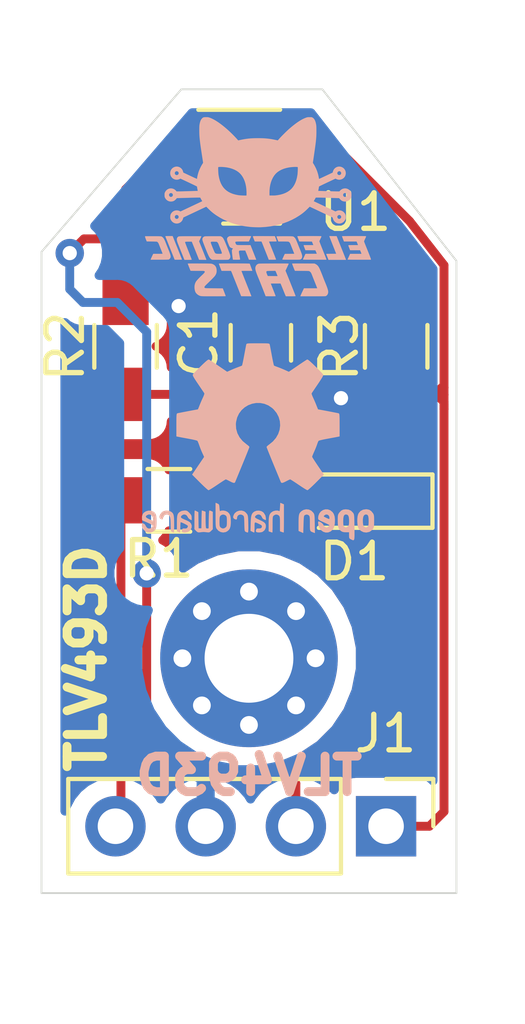
<source format=kicad_pcb>
(kicad_pcb (version 20171130) (host pcbnew "(5.1.4)-1")

  (general
    (thickness 1.6)
    (drawings 10)
    (tracks 78)
    (zones 0)
    (modules 10)
    (nets 6)
  )

  (page A4)
  (title_block
    (title TLV493D)
    (date 2019-09-04)
    (rev 0.1)
    (company "Electronic Cats")
    (comment 4 "Andres Sabas")
  )

  (layers
    (0 F.Cu signal)
    (31 B.Cu signal)
    (32 B.Adhes user)
    (33 F.Adhes user)
    (34 B.Paste user)
    (35 F.Paste user)
    (36 B.SilkS user)
    (37 F.SilkS user)
    (38 B.Mask user)
    (39 F.Mask user)
    (40 Dwgs.User user)
    (41 Cmts.User user)
    (42 Eco1.User user)
    (43 Eco2.User user)
    (44 Edge.Cuts user)
    (45 Margin user)
    (46 B.CrtYd user)
    (47 F.CrtYd user)
    (48 B.Fab user)
    (49 F.Fab user hide)
  )

  (setup
    (last_trace_width 0.25)
    (trace_clearance 0.2)
    (zone_clearance 0.508)
    (zone_45_only no)
    (trace_min 0.2)
    (via_size 0.8)
    (via_drill 0.4)
    (via_min_size 0.4)
    (via_min_drill 0.3)
    (uvia_size 0.3)
    (uvia_drill 0.1)
    (uvias_allowed no)
    (uvia_min_size 0.2)
    (uvia_min_drill 0.1)
    (edge_width 0.05)
    (segment_width 0.2)
    (pcb_text_width 0.3)
    (pcb_text_size 1.5 1.5)
    (mod_edge_width 0.12)
    (mod_text_size 1 1)
    (mod_text_width 0.15)
    (pad_size 1.11 0.51)
    (pad_drill 0)
    (pad_to_mask_clearance 0.051)
    (solder_mask_min_width 0.25)
    (aux_axis_origin 0 0)
    (visible_elements 7FFFFFFF)
    (pcbplotparams
      (layerselection 0x010fc_ffffffff)
      (usegerberextensions false)
      (usegerberattributes false)
      (usegerberadvancedattributes false)
      (creategerberjobfile false)
      (excludeedgelayer true)
      (linewidth 0.100000)
      (plotframeref false)
      (viasonmask false)
      (mode 1)
      (useauxorigin false)
      (hpglpennumber 1)
      (hpglpenspeed 20)
      (hpglpendiameter 15.000000)
      (psnegative false)
      (psa4output false)
      (plotreference true)
      (plotvalue true)
      (plotinvisibletext false)
      (padsonsilk false)
      (subtractmaskfromsilk false)
      (outputformat 1)
      (mirror false)
      (drillshape 1)
      (scaleselection 1)
      (outputdirectory ""))
  )

  (net 0 "")
  (net 1 GND)
  (net 2 VCC)
  (net 3 "Net-(D1-Pad2)")
  (net 4 /SCL)
  (net 5 /SDA)

  (net_class Default "Esta es la clase de red por defecto."
    (clearance 0.2)
    (trace_width 0.25)
    (via_dia 0.8)
    (via_drill 0.4)
    (uvia_dia 0.3)
    (uvia_drill 0.1)
    (add_net /SCL)
    (add_net /SDA)
    (add_net GND)
    (add_net "Net-(D1-Pad2)")
    (add_net VCC)
  )

  (module Symbol:OSHW-Logo2_7.3x6mm_SilkScreen (layer B.Cu) (tedit 0) (tstamp 5D72D650)
    (at 154.178 107.95 180)
    (descr "Open Source Hardware Symbol")
    (tags "Logo Symbol OSHW")
    (attr virtual)
    (fp_text reference REF** (at 0 0) (layer B.SilkS) hide
      (effects (font (size 1 1) (thickness 0.15)) (justify mirror))
    )
    (fp_text value OSHW-Logo2_7.3x6mm_SilkScreen (at 0.75 0) (layer B.Fab) hide
      (effects (font (size 1 1) (thickness 0.15)) (justify mirror))
    )
    (fp_poly (pts (xy 0.10391 2.757652) (xy 0.182454 2.757222) (xy 0.239298 2.756058) (xy 0.278105 2.753793)
      (xy 0.302538 2.75006) (xy 0.316262 2.744494) (xy 0.32294 2.736727) (xy 0.326236 2.726395)
      (xy 0.326556 2.725057) (xy 0.331562 2.700921) (xy 0.340829 2.653299) (xy 0.353392 2.587259)
      (xy 0.368287 2.507872) (xy 0.384551 2.420204) (xy 0.385119 2.417125) (xy 0.40141 2.331211)
      (xy 0.416652 2.255304) (xy 0.429861 2.193955) (xy 0.440054 2.151718) (xy 0.446248 2.133145)
      (xy 0.446543 2.132816) (xy 0.464788 2.123747) (xy 0.502405 2.108633) (xy 0.551271 2.090738)
      (xy 0.551543 2.090642) (xy 0.613093 2.067507) (xy 0.685657 2.038035) (xy 0.754057 2.008403)
      (xy 0.757294 2.006938) (xy 0.868702 1.956374) (xy 1.115399 2.12484) (xy 1.191077 2.176197)
      (xy 1.259631 2.222111) (xy 1.317088 2.25997) (xy 1.359476 2.287163) (xy 1.382825 2.301079)
      (xy 1.385042 2.302111) (xy 1.40201 2.297516) (xy 1.433701 2.275345) (xy 1.481352 2.234553)
      (xy 1.546198 2.174095) (xy 1.612397 2.109773) (xy 1.676214 2.046388) (xy 1.733329 1.988549)
      (xy 1.780305 1.939825) (xy 1.813703 1.90379) (xy 1.830085 1.884016) (xy 1.830694 1.882998)
      (xy 1.832505 1.869428) (xy 1.825683 1.847267) (xy 1.80854 1.813522) (xy 1.779393 1.7652)
      (xy 1.736555 1.699308) (xy 1.679448 1.614483) (xy 1.628766 1.539823) (xy 1.583461 1.47286)
      (xy 1.54615 1.417484) (xy 1.519452 1.37758) (xy 1.505985 1.357038) (xy 1.505137 1.355644)
      (xy 1.506781 1.335962) (xy 1.519245 1.297707) (xy 1.540048 1.248111) (xy 1.547462 1.232272)
      (xy 1.579814 1.16171) (xy 1.614328 1.081647) (xy 1.642365 1.012371) (xy 1.662568 0.960955)
      (xy 1.678615 0.921881) (xy 1.687888 0.901459) (xy 1.689041 0.899886) (xy 1.706096 0.897279)
      (xy 1.746298 0.890137) (xy 1.804302 0.879477) (xy 1.874763 0.866315) (xy 1.952335 0.851667)
      (xy 2.031672 0.836551) (xy 2.107431 0.821982) (xy 2.174264 0.808978) (xy 2.226828 0.798555)
      (xy 2.259776 0.79173) (xy 2.267857 0.789801) (xy 2.276205 0.785038) (xy 2.282506 0.774282)
      (xy 2.287045 0.753902) (xy 2.290104 0.720266) (xy 2.291967 0.669745) (xy 2.292918 0.598708)
      (xy 2.29324 0.503524) (xy 2.293257 0.464508) (xy 2.293257 0.147201) (xy 2.217057 0.132161)
      (xy 2.174663 0.124005) (xy 2.1114 0.112101) (xy 2.034962 0.097884) (xy 1.953043 0.08279)
      (xy 1.9304 0.078645) (xy 1.854806 0.063947) (xy 1.788953 0.049495) (xy 1.738366 0.036625)
      (xy 1.708574 0.026678) (xy 1.703612 0.023713) (xy 1.691426 0.002717) (xy 1.673953 -0.037967)
      (xy 1.654577 -0.090322) (xy 1.650734 -0.1016) (xy 1.625339 -0.171523) (xy 1.593817 -0.250418)
      (xy 1.562969 -0.321266) (xy 1.562817 -0.321595) (xy 1.511447 -0.432733) (xy 1.680399 -0.681253)
      (xy 1.849352 -0.929772) (xy 1.632429 -1.147058) (xy 1.566819 -1.211726) (xy 1.506979 -1.268733)
      (xy 1.456267 -1.315033) (xy 1.418046 -1.347584) (xy 1.395675 -1.363343) (xy 1.392466 -1.364343)
      (xy 1.373626 -1.356469) (xy 1.33518 -1.334578) (xy 1.28133 -1.301267) (xy 1.216276 -1.259131)
      (xy 1.14594 -1.211943) (xy 1.074555 -1.16381) (xy 1.010908 -1.121928) (xy 0.959041 -1.088871)
      (xy 0.922995 -1.067218) (xy 0.906867 -1.059543) (xy 0.887189 -1.066037) (xy 0.849875 -1.08315)
      (xy 0.802621 -1.107326) (xy 0.797612 -1.110013) (xy 0.733977 -1.141927) (xy 0.690341 -1.157579)
      (xy 0.663202 -1.157745) (xy 0.649057 -1.143204) (xy 0.648975 -1.143) (xy 0.641905 -1.125779)
      (xy 0.625042 -1.084899) (xy 0.599695 -1.023525) (xy 0.567171 -0.944819) (xy 0.528778 -0.851947)
      (xy 0.485822 -0.748072) (xy 0.444222 -0.647502) (xy 0.398504 -0.536516) (xy 0.356526 -0.433703)
      (xy 0.319548 -0.342215) (xy 0.288827 -0.265201) (xy 0.265622 -0.205815) (xy 0.25119 -0.167209)
      (xy 0.246743 -0.1528) (xy 0.257896 -0.136272) (xy 0.287069 -0.10993) (xy 0.325971 -0.080887)
      (xy 0.436757 0.010961) (xy 0.523351 0.116241) (xy 0.584716 0.232734) (xy 0.619815 0.358224)
      (xy 0.627608 0.490493) (xy 0.621943 0.551543) (xy 0.591078 0.678205) (xy 0.53792 0.790059)
      (xy 0.465767 0.885999) (xy 0.377917 0.964924) (xy 0.277665 1.02573) (xy 0.16831 1.067313)
      (xy 0.053147 1.088572) (xy -0.064525 1.088401) (xy -0.18141 1.065699) (xy -0.294211 1.019362)
      (xy -0.399631 0.948287) (xy -0.443632 0.908089) (xy -0.528021 0.804871) (xy -0.586778 0.692075)
      (xy -0.620296 0.57299) (xy -0.628965 0.450905) (xy -0.613177 0.329107) (xy -0.573322 0.210884)
      (xy -0.509793 0.099525) (xy -0.422979 -0.001684) (xy -0.325971 -0.080887) (xy -0.285563 -0.111162)
      (xy -0.257018 -0.137219) (xy -0.246743 -0.152825) (xy -0.252123 -0.169843) (xy -0.267425 -0.2105)
      (xy -0.291388 -0.271642) (xy -0.322756 -0.350119) (xy -0.360268 -0.44278) (xy -0.402667 -0.546472)
      (xy -0.444337 -0.647526) (xy -0.49031 -0.758607) (xy -0.532893 -0.861541) (xy -0.570779 -0.953165)
      (xy -0.60266 -1.030316) (xy -0.627229 -1.089831) (xy -0.64318 -1.128544) (xy -0.64909 -1.143)
      (xy -0.663052 -1.157685) (xy -0.69006 -1.157642) (xy -0.733587 -1.142099) (xy -0.79711 -1.110284)
      (xy -0.797612 -1.110013) (xy -0.84544 -1.085323) (xy -0.884103 -1.067338) (xy -0.905905 -1.059614)
      (xy -0.906867 -1.059543) (xy -0.923279 -1.067378) (xy -0.959513 -1.089165) (xy -1.011526 -1.122328)
      (xy -1.075275 -1.164291) (xy -1.14594 -1.211943) (xy -1.217884 -1.260191) (xy -1.282726 -1.302151)
      (xy -1.336265 -1.335227) (xy -1.374303 -1.356821) (xy -1.392467 -1.364343) (xy -1.409192 -1.354457)
      (xy -1.44282 -1.326826) (xy -1.48999 -1.284495) (xy -1.547342 -1.230505) (xy -1.611516 -1.167899)
      (xy -1.632503 -1.146983) (xy -1.849501 -0.929623) (xy -1.684332 -0.68722) (xy -1.634136 -0.612781)
      (xy -1.590081 -0.545972) (xy -1.554638 -0.490665) (xy -1.530281 -0.450729) (xy -1.519478 -0.430036)
      (xy -1.519162 -0.428563) (xy -1.524857 -0.409058) (xy -1.540174 -0.369822) (xy -1.562463 -0.31743)
      (xy -1.578107 -0.282355) (xy -1.607359 -0.215201) (xy -1.634906 -0.147358) (xy -1.656263 -0.090034)
      (xy -1.662065 -0.072572) (xy -1.678548 -0.025938) (xy -1.69466 0.010095) (xy -1.70351 0.023713)
      (xy -1.72304 0.032048) (xy -1.765666 0.043863) (xy -1.825855 0.057819) (xy -1.898078 0.072578)
      (xy -1.9304 0.078645) (xy -2.012478 0.093727) (xy -2.091205 0.108331) (xy -2.158891 0.12102)
      (xy -2.20784 0.130358) (xy -2.217057 0.132161) (xy -2.293257 0.147201) (xy -2.293257 0.464508)
      (xy -2.293086 0.568846) (xy -2.292384 0.647787) (xy -2.290866 0.704962) (xy -2.288251 0.744001)
      (xy -2.284254 0.768535) (xy -2.278591 0.782195) (xy -2.27098 0.788611) (xy -2.267857 0.789801)
      (xy -2.249022 0.79402) (xy -2.207412 0.802438) (xy -2.14837 0.814039) (xy -2.077243 0.827805)
      (xy -1.999375 0.84272) (xy -1.920113 0.857768) (xy -1.844802 0.871931) (xy -1.778787 0.884194)
      (xy -1.727413 0.893539) (xy -1.696025 0.89895) (xy -1.689041 0.899886) (xy -1.682715 0.912404)
      (xy -1.66871 0.945754) (xy -1.649645 0.993623) (xy -1.642366 1.012371) (xy -1.613004 1.084805)
      (xy -1.578429 1.16483) (xy -1.547463 1.232272) (xy -1.524677 1.283841) (xy -1.509518 1.326215)
      (xy -1.504458 1.352166) (xy -1.505264 1.355644) (xy -1.515959 1.372064) (xy -1.54038 1.408583)
      (xy -1.575905 1.461313) (xy -1.619913 1.526365) (xy -1.669783 1.599849) (xy -1.679644 1.614355)
      (xy -1.737508 1.700296) (xy -1.780044 1.765739) (xy -1.808946 1.813696) (xy -1.82591 1.84718)
      (xy -1.832633 1.869205) (xy -1.83081 1.882783) (xy -1.830764 1.882869) (xy -1.816414 1.900703)
      (xy -1.784677 1.935183) (xy -1.73899 1.982732) (xy -1.682796 2.039778) (xy -1.619532 2.102745)
      (xy -1.612398 2.109773) (xy -1.53267 2.18698) (xy -1.471143 2.24367) (xy -1.426579 2.28089)
      (xy -1.397743 2.299685) (xy -1.385042 2.302111) (xy -1.366506 2.291529) (xy -1.328039 2.267084)
      (xy -1.273614 2.231388) (xy -1.207202 2.187053) (xy -1.132775 2.136689) (xy -1.115399 2.12484)
      (xy -0.868703 1.956374) (xy -0.757294 2.006938) (xy -0.689543 2.036405) (xy -0.616817 2.066041)
      (xy -0.554297 2.08967) (xy -0.551543 2.090642) (xy -0.50264 2.108543) (xy -0.464943 2.12368)
      (xy -0.446575 2.13279) (xy -0.446544 2.132816) (xy -0.440715 2.149283) (xy -0.430808 2.189781)
      (xy -0.417805 2.249758) (xy -0.402691 2.32466) (xy -0.386448 2.409936) (xy -0.385119 2.417125)
      (xy -0.368825 2.504986) (xy -0.353867 2.58474) (xy -0.341209 2.651319) (xy -0.331814 2.699653)
      (xy -0.326646 2.724675) (xy -0.326556 2.725057) (xy -0.323411 2.735701) (xy -0.317296 2.743738)
      (xy -0.304547 2.749533) (xy -0.2815 2.753453) (xy -0.244491 2.755865) (xy -0.189856 2.757135)
      (xy -0.113933 2.757629) (xy -0.013056 2.757714) (xy 0 2.757714) (xy 0.10391 2.757652)) (layer B.SilkS) (width 0.01))
    (fp_poly (pts (xy 3.153595 -1.966966) (xy 3.211021 -2.004497) (xy 3.238719 -2.038096) (xy 3.260662 -2.099064)
      (xy 3.262405 -2.147308) (xy 3.258457 -2.211816) (xy 3.109686 -2.276934) (xy 3.037349 -2.310202)
      (xy 2.990084 -2.336964) (xy 2.965507 -2.360144) (xy 2.961237 -2.382667) (xy 2.974889 -2.407455)
      (xy 2.989943 -2.423886) (xy 3.033746 -2.450235) (xy 3.081389 -2.452081) (xy 3.125145 -2.431546)
      (xy 3.157289 -2.390752) (xy 3.163038 -2.376347) (xy 3.190576 -2.331356) (xy 3.222258 -2.312182)
      (xy 3.265714 -2.295779) (xy 3.265714 -2.357966) (xy 3.261872 -2.400283) (xy 3.246823 -2.435969)
      (xy 3.21528 -2.476943) (xy 3.210592 -2.482267) (xy 3.175506 -2.51872) (xy 3.145347 -2.538283)
      (xy 3.107615 -2.547283) (xy 3.076335 -2.55023) (xy 3.020385 -2.550965) (xy 2.980555 -2.54166)
      (xy 2.955708 -2.527846) (xy 2.916656 -2.497467) (xy 2.889625 -2.464613) (xy 2.872517 -2.423294)
      (xy 2.863238 -2.367521) (xy 2.859693 -2.291305) (xy 2.85941 -2.252622) (xy 2.860372 -2.206247)
      (xy 2.948007 -2.206247) (xy 2.949023 -2.231126) (xy 2.951556 -2.2352) (xy 2.968274 -2.229665)
      (xy 3.004249 -2.215017) (xy 3.052331 -2.19419) (xy 3.062386 -2.189714) (xy 3.123152 -2.158814)
      (xy 3.156632 -2.131657) (xy 3.16399 -2.10622) (xy 3.146391 -2.080481) (xy 3.131856 -2.069109)
      (xy 3.07941 -2.046364) (xy 3.030322 -2.050122) (xy 2.989227 -2.077884) (xy 2.960758 -2.127152)
      (xy 2.951631 -2.166257) (xy 2.948007 -2.206247) (xy 2.860372 -2.206247) (xy 2.861285 -2.162249)
      (xy 2.868196 -2.095384) (xy 2.881884 -2.046695) (xy 2.904096 -2.010849) (xy 2.936574 -1.982513)
      (xy 2.950733 -1.973355) (xy 3.015053 -1.949507) (xy 3.085473 -1.948006) (xy 3.153595 -1.966966)) (layer B.SilkS) (width 0.01))
    (fp_poly (pts (xy 2.6526 -1.958752) (xy 2.669948 -1.966334) (xy 2.711356 -1.999128) (xy 2.746765 -2.046547)
      (xy 2.768664 -2.097151) (xy 2.772229 -2.122098) (xy 2.760279 -2.156927) (xy 2.734067 -2.175357)
      (xy 2.705964 -2.186516) (xy 2.693095 -2.188572) (xy 2.686829 -2.173649) (xy 2.674456 -2.141175)
      (xy 2.669028 -2.126502) (xy 2.63859 -2.075744) (xy 2.59452 -2.050427) (xy 2.53801 -2.051206)
      (xy 2.533825 -2.052203) (xy 2.503655 -2.066507) (xy 2.481476 -2.094393) (xy 2.466327 -2.139287)
      (xy 2.45725 -2.204615) (xy 2.453286 -2.293804) (xy 2.452914 -2.341261) (xy 2.45273 -2.416071)
      (xy 2.451522 -2.467069) (xy 2.448309 -2.499471) (xy 2.442109 -2.518495) (xy 2.43194 -2.529356)
      (xy 2.416819 -2.537272) (xy 2.415946 -2.53767) (xy 2.386828 -2.549981) (xy 2.372403 -2.554514)
      (xy 2.370186 -2.540809) (xy 2.368289 -2.502925) (xy 2.366847 -2.445715) (xy 2.365998 -2.374027)
      (xy 2.365829 -2.321565) (xy 2.366692 -2.220047) (xy 2.37007 -2.143032) (xy 2.377142 -2.086023)
      (xy 2.389088 -2.044526) (xy 2.40709 -2.014043) (xy 2.432327 -1.99008) (xy 2.457247 -1.973355)
      (xy 2.517171 -1.951097) (xy 2.586911 -1.946076) (xy 2.6526 -1.958752)) (layer B.SilkS) (width 0.01))
    (fp_poly (pts (xy 2.144876 -1.956335) (xy 2.186667 -1.975344) (xy 2.219469 -1.998378) (xy 2.243503 -2.024133)
      (xy 2.260097 -2.057358) (xy 2.270577 -2.1028) (xy 2.276271 -2.165207) (xy 2.278507 -2.249327)
      (xy 2.278743 -2.304721) (xy 2.278743 -2.520826) (xy 2.241774 -2.53767) (xy 2.212656 -2.549981)
      (xy 2.198231 -2.554514) (xy 2.195472 -2.541025) (xy 2.193282 -2.504653) (xy 2.191942 -2.451542)
      (xy 2.191657 -2.409372) (xy 2.190434 -2.348447) (xy 2.187136 -2.300115) (xy 2.182321 -2.270518)
      (xy 2.178496 -2.264229) (xy 2.152783 -2.270652) (xy 2.112418 -2.287125) (xy 2.065679 -2.309458)
      (xy 2.020845 -2.333457) (xy 1.986193 -2.35493) (xy 1.970002 -2.369685) (xy 1.969938 -2.369845)
      (xy 1.97133 -2.397152) (xy 1.983818 -2.423219) (xy 2.005743 -2.444392) (xy 2.037743 -2.451474)
      (xy 2.065092 -2.450649) (xy 2.103826 -2.450042) (xy 2.124158 -2.459116) (xy 2.136369 -2.483092)
      (xy 2.137909 -2.487613) (xy 2.143203 -2.521806) (xy 2.129047 -2.542568) (xy 2.092148 -2.552462)
      (xy 2.052289 -2.554292) (xy 1.980562 -2.540727) (xy 1.943432 -2.521355) (xy 1.897576 -2.475845)
      (xy 1.873256 -2.419983) (xy 1.871073 -2.360957) (xy 1.891629 -2.305953) (xy 1.922549 -2.271486)
      (xy 1.95342 -2.252189) (xy 2.001942 -2.227759) (xy 2.058485 -2.202985) (xy 2.06791 -2.199199)
      (xy 2.130019 -2.171791) (xy 2.165822 -2.147634) (xy 2.177337 -2.123619) (xy 2.16658 -2.096635)
      (xy 2.148114 -2.075543) (xy 2.104469 -2.049572) (xy 2.056446 -2.047624) (xy 2.012406 -2.067637)
      (xy 1.980709 -2.107551) (xy 1.976549 -2.117848) (xy 1.952327 -2.155724) (xy 1.916965 -2.183842)
      (xy 1.872343 -2.206917) (xy 1.872343 -2.141485) (xy 1.874969 -2.101506) (xy 1.88623 -2.069997)
      (xy 1.911199 -2.036378) (xy 1.935169 -2.010484) (xy 1.972441 -1.973817) (xy 2.001401 -1.954121)
      (xy 2.032505 -1.94622) (xy 2.067713 -1.944914) (xy 2.144876 -1.956335)) (layer B.SilkS) (width 0.01))
    (fp_poly (pts (xy 1.779833 -1.958663) (xy 1.782048 -1.99685) (xy 1.783784 -2.054886) (xy 1.784899 -2.12818)
      (xy 1.785257 -2.205055) (xy 1.785257 -2.465196) (xy 1.739326 -2.511127) (xy 1.707675 -2.539429)
      (xy 1.67989 -2.550893) (xy 1.641915 -2.550168) (xy 1.62684 -2.548321) (xy 1.579726 -2.542948)
      (xy 1.540756 -2.539869) (xy 1.531257 -2.539585) (xy 1.499233 -2.541445) (xy 1.453432 -2.546114)
      (xy 1.435674 -2.548321) (xy 1.392057 -2.551735) (xy 1.362745 -2.54432) (xy 1.33368 -2.521427)
      (xy 1.323188 -2.511127) (xy 1.277257 -2.465196) (xy 1.277257 -1.978602) (xy 1.314226 -1.961758)
      (xy 1.346059 -1.949282) (xy 1.364683 -1.944914) (xy 1.369458 -1.958718) (xy 1.373921 -1.997286)
      (xy 1.377775 -2.056356) (xy 1.380722 -2.131663) (xy 1.382143 -2.195286) (xy 1.386114 -2.445657)
      (xy 1.420759 -2.450556) (xy 1.452268 -2.447131) (xy 1.467708 -2.436041) (xy 1.472023 -2.415308)
      (xy 1.475708 -2.371145) (xy 1.478469 -2.309146) (xy 1.480012 -2.234909) (xy 1.480235 -2.196706)
      (xy 1.480457 -1.976783) (xy 1.526166 -1.960849) (xy 1.558518 -1.950015) (xy 1.576115 -1.944962)
      (xy 1.576623 -1.944914) (xy 1.578388 -1.958648) (xy 1.580329 -1.99673) (xy 1.582282 -2.054482)
      (xy 1.584084 -2.127227) (xy 1.585343 -2.195286) (xy 1.589314 -2.445657) (xy 1.6764 -2.445657)
      (xy 1.680396 -2.21724) (xy 1.684392 -1.988822) (xy 1.726847 -1.966868) (xy 1.758192 -1.951793)
      (xy 1.776744 -1.944951) (xy 1.777279 -1.944914) (xy 1.779833 -1.958663)) (layer B.SilkS) (width 0.01))
    (fp_poly (pts (xy 1.190117 -2.065358) (xy 1.189933 -2.173837) (xy 1.189219 -2.257287) (xy 1.187675 -2.319704)
      (xy 1.185001 -2.365085) (xy 1.180894 -2.397429) (xy 1.175055 -2.420733) (xy 1.167182 -2.438995)
      (xy 1.161221 -2.449418) (xy 1.111855 -2.505945) (xy 1.049264 -2.541377) (xy 0.980013 -2.55409)
      (xy 0.910668 -2.542463) (xy 0.869375 -2.521568) (xy 0.826025 -2.485422) (xy 0.796481 -2.441276)
      (xy 0.778655 -2.383462) (xy 0.770463 -2.306313) (xy 0.769302 -2.249714) (xy 0.769458 -2.245647)
      (xy 0.870857 -2.245647) (xy 0.871476 -2.31055) (xy 0.874314 -2.353514) (xy 0.88084 -2.381622)
      (xy 0.892523 -2.401953) (xy 0.906483 -2.417288) (xy 0.953365 -2.44689) (xy 1.003701 -2.449419)
      (xy 1.051276 -2.424705) (xy 1.054979 -2.421356) (xy 1.070783 -2.403935) (xy 1.080693 -2.383209)
      (xy 1.086058 -2.352362) (xy 1.088228 -2.304577) (xy 1.088571 -2.251748) (xy 1.087827 -2.185381)
      (xy 1.084748 -2.141106) (xy 1.078061 -2.112009) (xy 1.066496 -2.091173) (xy 1.057013 -2.080107)
      (xy 1.01296 -2.052198) (xy 0.962224 -2.048843) (xy 0.913796 -2.070159) (xy 0.90445 -2.078073)
      (xy 0.88854 -2.095647) (xy 0.87861 -2.116587) (xy 0.873278 -2.147782) (xy 0.871163 -2.196122)
      (xy 0.870857 -2.245647) (xy 0.769458 -2.245647) (xy 0.77281 -2.158568) (xy 0.784726 -2.090086)
      (xy 0.807135 -2.0386) (xy 0.842124 -1.998443) (xy 0.869375 -1.977861) (xy 0.918907 -1.955625)
      (xy 0.976316 -1.945304) (xy 1.029682 -1.948067) (xy 1.059543 -1.959212) (xy 1.071261 -1.962383)
      (xy 1.079037 -1.950557) (xy 1.084465 -1.918866) (xy 1.088571 -1.870593) (xy 1.093067 -1.816829)
      (xy 1.099313 -1.784482) (xy 1.110676 -1.765985) (xy 1.130528 -1.75377) (xy 1.143 -1.748362)
      (xy 1.190171 -1.728601) (xy 1.190117 -2.065358)) (layer B.SilkS) (width 0.01))
    (fp_poly (pts (xy 0.529926 -1.949755) (xy 0.595858 -1.974084) (xy 0.649273 -2.017117) (xy 0.670164 -2.047409)
      (xy 0.692939 -2.102994) (xy 0.692466 -2.143186) (xy 0.668562 -2.170217) (xy 0.659717 -2.174813)
      (xy 0.62153 -2.189144) (xy 0.602028 -2.185472) (xy 0.595422 -2.161407) (xy 0.595086 -2.148114)
      (xy 0.582992 -2.09921) (xy 0.551471 -2.064999) (xy 0.507659 -2.048476) (xy 0.458695 -2.052634)
      (xy 0.418894 -2.074227) (xy 0.40545 -2.086544) (xy 0.395921 -2.101487) (xy 0.389485 -2.124075)
      (xy 0.385317 -2.159328) (xy 0.382597 -2.212266) (xy 0.380502 -2.287907) (xy 0.37996 -2.311857)
      (xy 0.377981 -2.39379) (xy 0.375731 -2.451455) (xy 0.372357 -2.489608) (xy 0.367006 -2.513004)
      (xy 0.358824 -2.526398) (xy 0.346959 -2.534545) (xy 0.339362 -2.538144) (xy 0.307102 -2.550452)
      (xy 0.288111 -2.554514) (xy 0.281836 -2.540948) (xy 0.278006 -2.499934) (xy 0.2766 -2.430999)
      (xy 0.277598 -2.333669) (xy 0.277908 -2.318657) (xy 0.280101 -2.229859) (xy 0.282693 -2.165019)
      (xy 0.286382 -2.119067) (xy 0.291864 -2.086935) (xy 0.299835 -2.063553) (xy 0.310993 -2.043852)
      (xy 0.31683 -2.03541) (xy 0.350296 -1.998057) (xy 0.387727 -1.969003) (xy 0.392309 -1.966467)
      (xy 0.459426 -1.946443) (xy 0.529926 -1.949755)) (layer B.SilkS) (width 0.01))
    (fp_poly (pts (xy 0.039744 -1.950968) (xy 0.096616 -1.972087) (xy 0.097267 -1.972493) (xy 0.13244 -1.99838)
      (xy 0.158407 -2.028633) (xy 0.17667 -2.068058) (xy 0.188732 -2.121462) (xy 0.196096 -2.193651)
      (xy 0.200264 -2.289432) (xy 0.200629 -2.303078) (xy 0.205876 -2.508842) (xy 0.161716 -2.531678)
      (xy 0.129763 -2.54711) (xy 0.11047 -2.554423) (xy 0.109578 -2.554514) (xy 0.106239 -2.541022)
      (xy 0.103587 -2.504626) (xy 0.101956 -2.451452) (xy 0.1016 -2.408393) (xy 0.101592 -2.338641)
      (xy 0.098403 -2.294837) (xy 0.087288 -2.273944) (xy 0.063501 -2.272925) (xy 0.022296 -2.288741)
      (xy -0.039914 -2.317815) (xy -0.085659 -2.341963) (xy -0.109187 -2.362913) (xy -0.116104 -2.385747)
      (xy -0.116114 -2.386877) (xy -0.104701 -2.426212) (xy -0.070908 -2.447462) (xy -0.019191 -2.450539)
      (xy 0.018061 -2.450006) (xy 0.037703 -2.460735) (xy 0.049952 -2.486505) (xy 0.057002 -2.519337)
      (xy 0.046842 -2.537966) (xy 0.043017 -2.540632) (xy 0.007001 -2.55134) (xy -0.043434 -2.552856)
      (xy -0.095374 -2.545759) (xy -0.132178 -2.532788) (xy -0.183062 -2.489585) (xy -0.211986 -2.429446)
      (xy -0.217714 -2.382462) (xy -0.213343 -2.340082) (xy -0.197525 -2.305488) (xy -0.166203 -2.274763)
      (xy -0.115322 -2.24399) (xy -0.040824 -2.209252) (xy -0.036286 -2.207288) (xy 0.030821 -2.176287)
      (xy 0.072232 -2.150862) (xy 0.089981 -2.128014) (xy 0.086107 -2.104745) (xy 0.062643 -2.078056)
      (xy 0.055627 -2.071914) (xy 0.00863 -2.0481) (xy -0.040067 -2.049103) (xy -0.082478 -2.072451)
      (xy -0.110616 -2.115675) (xy -0.113231 -2.12416) (xy -0.138692 -2.165308) (xy -0.170999 -2.185128)
      (xy -0.217714 -2.20477) (xy -0.217714 -2.15395) (xy -0.203504 -2.080082) (xy -0.161325 -2.012327)
      (xy -0.139376 -1.989661) (xy -0.089483 -1.960569) (xy -0.026033 -1.9474) (xy 0.039744 -1.950968)) (layer B.SilkS) (width 0.01))
    (fp_poly (pts (xy -0.624114 -1.851289) (xy -0.619861 -1.910613) (xy -0.614975 -1.945572) (xy -0.608205 -1.96082)
      (xy -0.598298 -1.961015) (xy -0.595086 -1.959195) (xy -0.552356 -1.946015) (xy -0.496773 -1.946785)
      (xy -0.440263 -1.960333) (xy -0.404918 -1.977861) (xy -0.368679 -2.005861) (xy -0.342187 -2.037549)
      (xy -0.324001 -2.077813) (xy -0.312678 -2.131543) (xy -0.306778 -2.203626) (xy -0.304857 -2.298951)
      (xy -0.304823 -2.317237) (xy -0.3048 -2.522646) (xy -0.350509 -2.53858) (xy -0.382973 -2.54942)
      (xy -0.400785 -2.554468) (xy -0.401309 -2.554514) (xy -0.403063 -2.540828) (xy -0.404556 -2.503076)
      (xy -0.405674 -2.446224) (xy -0.406303 -2.375234) (xy -0.4064 -2.332073) (xy -0.406602 -2.246973)
      (xy -0.407642 -2.185981) (xy -0.410169 -2.144177) (xy -0.414836 -2.116642) (xy -0.422293 -2.098456)
      (xy -0.433189 -2.084698) (xy -0.439993 -2.078073) (xy -0.486728 -2.051375) (xy -0.537728 -2.049375)
      (xy -0.583999 -2.071955) (xy -0.592556 -2.080107) (xy -0.605107 -2.095436) (xy -0.613812 -2.113618)
      (xy -0.619369 -2.139909) (xy -0.622474 -2.179562) (xy -0.623824 -2.237832) (xy -0.624114 -2.318173)
      (xy -0.624114 -2.522646) (xy -0.669823 -2.53858) (xy -0.702287 -2.54942) (xy -0.720099 -2.554468)
      (xy -0.720623 -2.554514) (xy -0.721963 -2.540623) (xy -0.723172 -2.501439) (xy -0.724199 -2.4407)
      (xy -0.724998 -2.362141) (xy -0.725519 -2.269498) (xy -0.725714 -2.166509) (xy -0.725714 -1.769342)
      (xy -0.678543 -1.749444) (xy -0.631371 -1.729547) (xy -0.624114 -1.851289)) (layer B.SilkS) (width 0.01))
    (fp_poly (pts (xy -1.831697 -1.931239) (xy -1.774473 -1.969735) (xy -1.730251 -2.025335) (xy -1.703833 -2.096086)
      (xy -1.69849 -2.148162) (xy -1.699097 -2.169893) (xy -1.704178 -2.186531) (xy -1.718145 -2.201437)
      (xy -1.745411 -2.217973) (xy -1.790388 -2.239498) (xy -1.857489 -2.269374) (xy -1.857829 -2.269524)
      (xy -1.919593 -2.297813) (xy -1.970241 -2.322933) (xy -2.004596 -2.342179) (xy -2.017482 -2.352848)
      (xy -2.017486 -2.352934) (xy -2.006128 -2.376166) (xy -1.979569 -2.401774) (xy -1.949077 -2.420221)
      (xy -1.93363 -2.423886) (xy -1.891485 -2.411212) (xy -1.855192 -2.379471) (xy -1.837483 -2.344572)
      (xy -1.820448 -2.318845) (xy -1.787078 -2.289546) (xy -1.747851 -2.264235) (xy -1.713244 -2.250471)
      (xy -1.706007 -2.249714) (xy -1.697861 -2.26216) (xy -1.69737 -2.293972) (xy -1.703357 -2.336866)
      (xy -1.714643 -2.382558) (xy -1.73005 -2.422761) (xy -1.730829 -2.424322) (xy -1.777196 -2.489062)
      (xy -1.837289 -2.533097) (xy -1.905535 -2.554711) (xy -1.976362 -2.552185) (xy -2.044196 -2.523804)
      (xy -2.047212 -2.521808) (xy -2.100573 -2.473448) (xy -2.13566 -2.410352) (xy -2.155078 -2.327387)
      (xy -2.157684 -2.304078) (xy -2.162299 -2.194055) (xy -2.156767 -2.142748) (xy -2.017486 -2.142748)
      (xy -2.015676 -2.174753) (xy -2.005778 -2.184093) (xy -1.981102 -2.177105) (xy -1.942205 -2.160587)
      (xy -1.898725 -2.139881) (xy -1.897644 -2.139333) (xy -1.860791 -2.119949) (xy -1.846 -2.107013)
      (xy -1.849647 -2.093451) (xy -1.865005 -2.075632) (xy -1.904077 -2.049845) (xy -1.946154 -2.04795)
      (xy -1.983897 -2.066717) (xy -2.009966 -2.102915) (xy -2.017486 -2.142748) (xy -2.156767 -2.142748)
      (xy -2.152806 -2.106027) (xy -2.12845 -2.036212) (xy -2.094544 -1.987302) (xy -2.033347 -1.937878)
      (xy -1.965937 -1.913359) (xy -1.89712 -1.911797) (xy -1.831697 -1.931239)) (layer B.SilkS) (width 0.01))
    (fp_poly (pts (xy -2.958885 -1.921962) (xy -2.890855 -1.957733) (xy -2.840649 -2.015301) (xy -2.822815 -2.052312)
      (xy -2.808937 -2.107882) (xy -2.801833 -2.178096) (xy -2.80116 -2.254727) (xy -2.806573 -2.329552)
      (xy -2.81773 -2.394342) (xy -2.834286 -2.440873) (xy -2.839374 -2.448887) (xy -2.899645 -2.508707)
      (xy -2.971231 -2.544535) (xy -3.048908 -2.55502) (xy -3.127452 -2.53881) (xy -3.149311 -2.529092)
      (xy -3.191878 -2.499143) (xy -3.229237 -2.459433) (xy -3.232768 -2.454397) (xy -3.247119 -2.430124)
      (xy -3.256606 -2.404178) (xy -3.26221 -2.370022) (xy -3.264914 -2.321119) (xy -3.265701 -2.250935)
      (xy -3.265714 -2.2352) (xy -3.265678 -2.230192) (xy -3.120571 -2.230192) (xy -3.119727 -2.29643)
      (xy -3.116404 -2.340386) (xy -3.109417 -2.368779) (xy -3.097584 -2.388325) (xy -3.091543 -2.394857)
      (xy -3.056814 -2.41968) (xy -3.023097 -2.418548) (xy -2.989005 -2.397016) (xy -2.968671 -2.374029)
      (xy -2.956629 -2.340478) (xy -2.949866 -2.287569) (xy -2.949402 -2.281399) (xy -2.948248 -2.185513)
      (xy -2.960312 -2.114299) (xy -2.98543 -2.068194) (xy -3.02344 -2.047635) (xy -3.037008 -2.046514)
      (xy -3.072636 -2.052152) (xy -3.097006 -2.071686) (xy -3.111907 -2.109042) (xy -3.119125 -2.16815)
      (xy -3.120571 -2.230192) (xy -3.265678 -2.230192) (xy -3.265174 -2.160413) (xy -3.262904 -2.108159)
      (xy -3.257932 -2.071949) (xy -3.249287 -2.045299) (xy -3.235995 -2.021722) (xy -3.233057 -2.017338)
      (xy -3.183687 -1.958249) (xy -3.129891 -1.923947) (xy -3.064398 -1.910331) (xy -3.042158 -1.909665)
      (xy -2.958885 -1.921962)) (layer B.SilkS) (width 0.01))
    (fp_poly (pts (xy -1.283907 -1.92778) (xy -1.237328 -1.954723) (xy -1.204943 -1.981466) (xy -1.181258 -2.009484)
      (xy -1.164941 -2.043748) (xy -1.154661 -2.089227) (xy -1.149086 -2.150892) (xy -1.146884 -2.233711)
      (xy -1.146629 -2.293246) (xy -1.146629 -2.512391) (xy -1.208314 -2.540044) (xy -1.27 -2.567697)
      (xy -1.277257 -2.32767) (xy -1.280256 -2.238028) (xy -1.283402 -2.172962) (xy -1.287299 -2.128026)
      (xy -1.292553 -2.09877) (xy -1.299769 -2.080748) (xy -1.30955 -2.069511) (xy -1.312688 -2.067079)
      (xy -1.360239 -2.048083) (xy -1.408303 -2.0556) (xy -1.436914 -2.075543) (xy -1.448553 -2.089675)
      (xy -1.456609 -2.10822) (xy -1.461729 -2.136334) (xy -1.464559 -2.179173) (xy -1.465744 -2.241895)
      (xy -1.465943 -2.307261) (xy -1.465982 -2.389268) (xy -1.467386 -2.447316) (xy -1.472086 -2.486465)
      (xy -1.482013 -2.51178) (xy -1.499097 -2.528323) (xy -1.525268 -2.541156) (xy -1.560225 -2.554491)
      (xy -1.598404 -2.569007) (xy -1.593859 -2.311389) (xy -1.592029 -2.218519) (xy -1.589888 -2.149889)
      (xy -1.586819 -2.100711) (xy -1.582206 -2.066198) (xy -1.575432 -2.041562) (xy -1.565881 -2.022016)
      (xy -1.554366 -2.00477) (xy -1.49881 -1.94968) (xy -1.43102 -1.917822) (xy -1.357287 -1.910191)
      (xy -1.283907 -1.92778)) (layer B.SilkS) (width 0.01))
    (fp_poly (pts (xy -2.400256 -1.919918) (xy -2.344799 -1.947568) (xy -2.295852 -1.99848) (xy -2.282371 -2.017338)
      (xy -2.267686 -2.042015) (xy -2.258158 -2.068816) (xy -2.252707 -2.104587) (xy -2.250253 -2.156169)
      (xy -2.249714 -2.224267) (xy -2.252148 -2.317588) (xy -2.260606 -2.387657) (xy -2.276826 -2.439931)
      (xy -2.302546 -2.479869) (xy -2.339503 -2.512929) (xy -2.342218 -2.514886) (xy -2.37864 -2.534908)
      (xy -2.422498 -2.544815) (xy -2.478276 -2.547257) (xy -2.568952 -2.547257) (xy -2.56899 -2.635283)
      (xy -2.569834 -2.684308) (xy -2.574976 -2.713065) (xy -2.588413 -2.730311) (xy -2.614142 -2.744808)
      (xy -2.620321 -2.747769) (xy -2.649236 -2.761648) (xy -2.671624 -2.770414) (xy -2.688271 -2.771171)
      (xy -2.699964 -2.761023) (xy -2.70749 -2.737073) (xy -2.711634 -2.696426) (xy -2.713185 -2.636186)
      (xy -2.712929 -2.553455) (xy -2.711651 -2.445339) (xy -2.711252 -2.413) (xy -2.709815 -2.301524)
      (xy -2.708528 -2.228603) (xy -2.569029 -2.228603) (xy -2.568245 -2.290499) (xy -2.56476 -2.330997)
      (xy -2.556876 -2.357708) (xy -2.542895 -2.378244) (xy -2.533403 -2.38826) (xy -2.494596 -2.417567)
      (xy -2.460237 -2.419952) (xy -2.424784 -2.39575) (xy -2.423886 -2.394857) (xy -2.409461 -2.376153)
      (xy -2.400687 -2.350732) (xy -2.396261 -2.311584) (xy -2.394882 -2.251697) (xy -2.394857 -2.23843)
      (xy -2.398188 -2.155901) (xy -2.409031 -2.098691) (xy -2.42866 -2.063766) (xy -2.45835 -2.048094)
      (xy -2.475509 -2.046514) (xy -2.516234 -2.053926) (xy -2.544168 -2.07833) (xy -2.560983 -2.12298)
      (xy -2.56835 -2.19113) (xy -2.569029 -2.228603) (xy -2.708528 -2.228603) (xy -2.708292 -2.215245)
      (xy -2.706323 -2.150333) (xy -2.70355 -2.102958) (xy -2.699612 -2.06929) (xy -2.694151 -2.045498)
      (xy -2.686808 -2.027753) (xy -2.677223 -2.012224) (xy -2.673113 -2.006381) (xy -2.618595 -1.951185)
      (xy -2.549664 -1.91989) (xy -2.469928 -1.911165) (xy -2.400256 -1.919918)) (layer B.SilkS) (width 0.01))
  )

  (module Aesthetics:electronic_cats_logo_4x3 (layer B.Cu) (tedit 0) (tstamp 5D72D08F)
    (at 154.178 101.346 180)
    (fp_text reference G*** (at 0 0) (layer B.SilkS) hide
      (effects (font (size 1.524 1.524) (thickness 0.3)) (justify mirror))
    )
    (fp_text value LOGO (at 0.75 0) (layer B.SilkS) hide
      (effects (font (size 1.524 1.524) (thickness 0.3)) (justify mirror))
    )
    (fp_poly (pts (xy 1.492024 2.514153) (xy 1.514312 2.512406) (xy 1.531751 2.508753) (xy 1.546134 2.502586)
      (xy 1.559256 2.4933) (xy 1.572912 2.480287) (xy 1.576859 2.476124) (xy 1.594461 2.453743)
      (xy 1.609397 2.426715) (xy 1.622047 2.394081) (xy 1.632789 2.354882) (xy 1.641099 2.313426)
      (xy 1.643427 2.298253) (xy 1.645234 2.281825) (xy 1.646575 2.262889) (xy 1.647507 2.240188)
      (xy 1.648084 2.212467) (xy 1.648363 2.178469) (xy 1.648409 2.148417) (xy 1.648174 2.104444)
      (xy 1.647429 2.064304) (xy 1.646055 2.026341) (xy 1.643936 1.9889) (xy 1.640955 1.950324)
      (xy 1.636994 1.908957) (xy 1.631935 1.863145) (xy 1.625663 1.811231) (xy 1.623081 1.7907)
      (xy 1.620516 1.77065) (xy 1.617959 1.751118) (xy 1.615298 1.731338) (xy 1.612419 1.710544)
      (xy 1.609209 1.687972) (xy 1.605556 1.662856) (xy 1.601346 1.634429) (xy 1.596467 1.601928)
      (xy 1.590805 1.564585) (xy 1.584247 1.521635) (xy 1.57668 1.472314) (xy 1.567992 1.415855)
      (xy 1.56215 1.37795) (xy 1.539955 1.234017) (xy 1.566535 1.191888) (xy 1.590077 1.151766)
      (xy 1.613747 1.106335) (xy 1.636124 1.058611) (xy 1.655788 1.01161) (xy 1.670113 0.97205)
      (xy 1.677908 0.94681) (xy 1.685686 0.918863) (xy 1.693047 0.889954) (xy 1.699587 0.861824)
      (xy 1.704907 0.836219) (xy 1.708603 0.814881) (xy 1.710275 0.799554) (xy 1.710331 0.797452)
      (xy 1.711555 0.786553) (xy 1.713928 0.779713) (xy 1.716561 0.779244) (xy 1.722977 0.780822)
      (xy 1.733656 0.784654) (xy 1.749078 0.79095) (xy 1.769724 0.799918) (xy 1.796074 0.811767)
      (xy 1.828609 0.826705) (xy 1.867809 0.84494) (xy 1.91264 0.865969) (xy 2.07356 0.941678)
      (xy 2.227781 0.941678) (xy 2.232051 0.922787) (xy 2.242112 0.906525) (xy 2.25663 0.894009)
      (xy 2.274273 0.886357) (xy 2.293708 0.884683) (xy 2.313601 0.890106) (xy 2.315469 0.891033)
      (xy 2.332595 0.903956) (xy 2.343309 0.920538) (xy 2.347801 0.939138) (xy 2.346263 0.958114)
      (xy 2.338885 0.975825) (xy 2.325857 0.990629) (xy 2.307371 1.000885) (xy 2.302546 1.002379)
      (xy 2.282559 1.003686) (xy 2.263028 0.99786) (xy 2.246046 0.986076) (xy 2.233709 0.969507)
      (xy 2.230636 0.962082) (xy 2.227781 0.941678) (xy 2.07356 0.941678) (xy 2.10782 0.957796)
      (xy 2.112742 0.981606) (xy 2.124139 1.01727) (xy 2.142203 1.049029) (xy 2.165919 1.076189)
      (xy 2.194276 1.098054) (xy 2.226262 1.113932) (xy 2.260864 1.123125) (xy 2.297071 1.12494)
      (xy 2.317902 1.122432) (xy 2.355735 1.111466) (xy 2.389185 1.093763) (xy 2.417587 1.070113)
      (xy 2.440279 1.041306) (xy 2.456597 1.008131) (xy 2.465875 0.97138) (xy 2.467826 0.944034)
      (xy 2.463838 0.905502) (xy 2.452343 0.869867) (xy 2.434042 0.837957) (xy 2.409637 0.810596)
      (xy 2.37983 0.78861) (xy 2.345323 0.772827) (xy 2.316096 0.765438) (xy 2.279523 0.763155)
      (xy 2.243352 0.769068) (xy 2.207739 0.78287) (xy 2.182395 0.795417) (xy 1.951622 0.687098)
      (xy 1.910134 0.667558) (xy 1.870866 0.648936) (xy 1.834502 0.631563) (xy 1.801724 0.615774)
      (xy 1.773216 0.601899) (xy 1.749662 0.590272) (xy 1.731743 0.581224) (xy 1.720143 0.575089)
      (xy 1.715558 0.572214) (xy 1.711688 0.563323) (xy 1.710225 0.5527) (xy 1.709356 0.543415)
      (xy 1.70703 0.528099) (xy 1.703616 0.50899) (xy 1.700058 0.491067) (xy 1.696166 0.471992)
      (xy 1.693106 0.456275) (xy 1.691187 0.445569) (xy 1.690716 0.441536) (xy 1.694967 0.441279)
      (xy 1.707009 0.440805) (xy 1.72617 0.440137) (xy 1.751776 0.439295) (xy 1.783156 0.438301)
      (xy 1.819636 0.437174) (xy 1.860545 0.435937) (xy 1.905209 0.434611) (xy 1.952957 0.433216)
      (xy 1.993888 0.432038) (xy 2.051829 0.430389) (xy 2.101891 0.428991) (xy 2.144657 0.427843)
      (xy 2.180711 0.426942) (xy 2.210637 0.426285) (xy 2.235018 0.425869) (xy 2.254439 0.425693)
      (xy 2.269482 0.425754) (xy 2.280731 0.426048) (xy 2.288771 0.426575) (xy 2.294184 0.427331)
      (xy 2.297555 0.428313) (xy 2.299466 0.429519) (xy 2.300381 0.430722) (xy 2.311245 0.445516)
      (xy 2.327194 0.461687) (xy 2.345673 0.476961) (xy 2.364129 0.489065) (xy 2.368536 0.491376)
      (xy 2.405238 0.505132) (xy 2.442304 0.510987) (xy 2.47874 0.509268) (xy 2.513554 0.500301)
      (xy 2.545752 0.484416) (xy 2.57434 0.461938) (xy 2.598325 0.433195) (xy 2.610841 0.41158)
      (xy 2.617699 0.397377) (xy 2.622241 0.386237) (xy 2.624942 0.375728) (xy 2.626281 0.363421)
      (xy 2.626736 0.346883) (xy 2.626783 0.33042) (xy 2.626639 0.308838) (xy 2.625929 0.293327)
      (xy 2.624232 0.28149) (xy 2.621129 0.270932) (xy 2.616201 0.259259) (xy 2.6132 0.252841)
      (xy 2.593256 0.220007) (xy 2.567857 0.192975) (xy 2.538042 0.17212) (xy 2.504852 0.157815)
      (xy 2.469329 0.150435) (xy 2.432513 0.150353) (xy 2.395446 0.157944) (xy 2.373034 0.166558)
      (xy 2.355948 0.176681) (xy 2.336653 0.191725) (xy 2.317588 0.209535) (xy 2.301193 0.227955)
      (xy 2.296553 0.234125) (xy 2.288116 0.246) (xy 2.004483 0.254171) (xy 1.93895 0.256052)
      (xy 1.881361 0.257679) (xy 1.8312 0.259055) (xy 1.787949 0.260179) (xy 1.751088 0.261053)
      (xy 1.720102 0.261676) (xy 1.694471 0.262051) (xy 1.673678 0.262177) (xy 1.657206 0.262056)
      (xy 1.644536 0.261688) (xy 1.63515 0.261074) (xy 1.628531 0.260214) (xy 1.624161 0.25911)
      (xy 1.621521 0.257763) (xy 1.620095 0.256172) (xy 1.619484 0.254741) (xy 1.61652 0.248241)
      (xy 1.610208 0.236102) (xy 1.601447 0.220007) (xy 1.591139 0.201638) (xy 1.590185 0.199964)
      (xy 1.563338 0.152913) (xy 1.872775 0.007191) (xy 2.182213 -0.138531) (xy 2.205817 -0.126536)
      (xy 2.241692 -0.11274) (xy 2.278504 -0.106774) (xy 2.315121 -0.108369) (xy 2.350409 -0.117254)
      (xy 2.383234 -0.133162) (xy 2.412465 -0.155824) (xy 2.434012 -0.180715) (xy 2.448477 -0.203532)
      (xy 2.458088 -0.225837) (xy 2.463606 -0.250236) (xy 2.465795 -0.27934) (xy 2.465916 -0.289983)
      (xy 2.465716 -0.31002) (xy 2.464717 -0.324483) (xy 2.462322 -0.33626) (xy 2.457932 -0.348242)
      (xy 2.45095 -0.363317) (xy 2.450588 -0.364066) (xy 2.430415 -0.397062) (xy 2.40527 -0.424062)
      (xy 2.37618 -0.444865) (xy 2.344172 -0.459272) (xy 2.310271 -0.467083) (xy 2.275505 -0.4681)
      (xy 2.240899 -0.462122) (xy 2.207481 -0.44895) (xy 2.176275 -0.428385) (xy 2.166036 -0.419374)
      (xy 2.143435 -0.394048) (xy 2.126721 -0.365686) (xy 2.114553 -0.331964) (xy 2.113667 -0.32871)
      (xy 2.106083 -0.300202) (xy 2.085289 -0.290404) (xy 2.229072 -0.290404) (xy 2.232822 -0.308983)
      (xy 2.242714 -0.325947) (xy 2.258302 -0.339246) (xy 2.277028 -0.346061) (xy 2.29762 -0.346146)
      (xy 2.316923 -0.339589) (xy 2.320298 -0.337523) (xy 2.335971 -0.322798) (xy 2.34494 -0.305269)
      (xy 2.347652 -0.286474) (xy 2.344557 -0.267951) (xy 2.336103 -0.251241) (xy 2.32274 -0.237881)
      (xy 2.304917 -0.229411) (xy 2.288116 -0.227188) (xy 2.2673 -0.230743) (xy 2.250579 -0.240382)
      (xy 2.23836 -0.254564) (xy 2.231055 -0.271752) (xy 2.229072 -0.290404) (xy 2.085289 -0.290404)
      (xy 1.780788 -0.146926) (xy 1.455492 0.00635) (xy 1.389204 -0.059442) (xy 1.345611 -0.101489)
      (xy 1.304297 -0.138546) (xy 1.262799 -0.172626) (xy 1.218655 -0.205743) (xy 1.169403 -0.239908)
      (xy 1.164166 -0.243417) (xy 1.062694 -0.306247) (xy 0.955802 -0.362864) (xy 0.843999 -0.413101)
      (xy 0.727792 -0.456792) (xy 0.60769 -0.49377) (xy 0.484199 -0.523867) (xy 0.357829 -0.546917)
      (xy 0.229087 -0.562752) (xy 0.179916 -0.566824) (xy 0.148521 -0.568753) (xy 0.112406 -0.570431)
      (xy 0.073652 -0.571807) (xy 0.034336 -0.572831) (xy -0.003462 -0.573452) (xy -0.037664 -0.573619)
      (xy -0.06619 -0.573281) (xy -0.074084 -0.573047) (xy -0.210383 -0.5645) (xy -0.343508 -0.548755)
      (xy -0.473182 -0.525896) (xy -0.599129 -0.496006) (xy -0.721071 -0.459169) (xy -0.838731 -0.41547)
      (xy -0.951832 -0.364991) (xy -1.060097 -0.307816) (xy -1.163249 -0.24403) (xy -1.164167 -0.243417)
      (xy -1.214057 -0.209038) (xy -1.258596 -0.175908) (xy -1.300246 -0.142013) (xy -1.341469 -0.105339)
      (xy -1.384728 -0.063875) (xy -1.389205 -0.059442) (xy -1.455493 0.00635) (xy -1.780789 -0.146926)
      (xy -2.106084 -0.300202) (xy -2.113668 -0.32871) (xy -2.125506 -0.363006) (xy -2.141772 -0.391742)
      (xy -2.163809 -0.417239) (xy -2.166037 -0.419374) (xy -2.19622 -0.442581) (xy -2.228978 -0.458325)
      (xy -2.263284 -0.466805) (xy -2.298111 -0.468221) (xy -2.332432 -0.462773) (xy -2.365222 -0.450659)
      (xy -2.395454 -0.43208) (xy -2.422101 -0.407235) (xy -2.444136 -0.376323) (xy -2.450589 -0.364066)
      (xy -2.457694 -0.348796) (xy -2.462182 -0.336742) (xy -2.464649 -0.325015) (xy -2.465695 -0.310725)
      (xy -2.465917 -0.290982) (xy -2.465917 -0.290811) (xy -2.348474 -0.290811) (xy -2.343961 -0.308376)
      (xy -2.33434 -0.324003) (xy -2.320676 -0.3365) (xy -2.304035 -0.344676) (xy -2.285483 -0.34734)
      (xy -2.266087 -0.343302) (xy -2.260724 -0.340847) (xy -2.24533 -0.328757) (xy -2.234618 -0.312104)
      (xy -2.229191 -0.29311) (xy -2.229653 -0.274) (xy -2.236608 -0.256997) (xy -2.237579 -0.255638)
      (xy -2.254847 -0.238157) (xy -2.273976 -0.22852) (xy -2.293846 -0.226738) (xy -2.31334 -0.232823)
      (xy -2.33134 -0.246786) (xy -2.337907 -0.254628) (xy -2.346811 -0.272497) (xy -2.348474 -0.290811)
      (xy -2.465917 -0.290811) (xy -2.465917 -0.289983) (xy -2.464627 -0.258841) (xy -2.460248 -0.233231)
      (xy -2.452018 -0.210544) (xy -2.439176 -0.188172) (xy -2.434013 -0.180715) (xy -2.408814 -0.152419)
      (xy -2.379038 -0.130643) (xy -2.345818 -0.115657) (xy -2.310287 -0.107728) (xy -2.273579 -0.107127)
      (xy -2.236826 -0.114123) (xy -2.205818 -0.126536) (xy -2.182214 -0.138531) (xy -1.872776 0.007191)
      (xy -1.563339 0.152913) (xy -1.590186 0.199964) (xy -1.600587 0.218452) (xy -1.609521 0.234816)
      (xy -1.616086 0.247372) (xy -1.619382 0.254437) (xy -1.619485 0.254741) (xy -1.620319 0.256523)
      (xy -1.621955 0.258063) (xy -1.624912 0.25936) (xy -1.629708 0.260413) (xy -1.636861 0.261222)
      (xy -1.646888 0.261785) (xy -1.660307 0.262101) (xy -1.677637 0.262171) (xy -1.699395 0.261993)
      (xy -1.726098 0.261567) (xy -1.758265 0.260891) (xy -1.796414 0.259966) (xy -1.841062 0.258789)
      (xy -1.892728 0.257361) (xy -1.951928 0.255681) (xy -2.004484 0.254171) (xy -2.288117 0.246)
      (xy -2.296554 0.234125) (xy -2.311445 0.215998) (xy -2.329856 0.19773) (xy -2.349348 0.181477)
      (xy -2.367481 0.169394) (xy -2.373035 0.166558) (xy -2.409741 0.154076) (xy -2.446835 0.149496)
      (xy -2.483274 0.152443) (xy -2.518019 0.162545) (xy -2.550027 0.179427) (xy -2.578258 0.202714)
      (xy -2.601672 0.232034) (xy -2.613201 0.252841) (xy -2.619111 0.265836) (xy -2.623003 0.27661)
      (xy -2.625295 0.28756) (xy -2.626408 0.30108) (xy -2.626761 0.319567) (xy -2.626784 0.33042)
      (xy -2.626783 0.330678) (xy -2.509583 0.330678) (xy -2.509152 0.322351) (xy -2.506378 0.308868)
      (xy -2.500332 0.298056) (xy -2.489783 0.286967) (xy -2.478393 0.277329) (xy -2.468744 0.272547)
      (xy -2.457094 0.271022) (xy -2.452323 0.270962) (xy -2.433022 0.273402) (xy -2.419949 0.278968)
      (xy -2.40438 0.293575) (xy -2.394987 0.311575) (xy -2.391733 0.331164) (xy -2.394584 0.350533)
      (xy -2.403503 0.367879) (xy -2.418454 0.381393) (xy -2.422015 0.383401) (xy -2.442786 0.390008)
      (xy -2.462941 0.389159) (xy -2.481088 0.381827) (xy -2.495838 0.368986) (xy -2.5058 0.351612)
      (xy -2.509583 0.330678) (xy -2.626783 0.330678) (xy -2.626678 0.351674) (xy -2.626042 0.366892)
      (xy -2.624398 0.378505) (xy -2.621269 0.388943) (xy -2.616177 0.400639) (xy -2.610842 0.41158)
      (xy -2.590338 0.444175) (xy -2.564593 0.470714) (xy -2.5346 0.490872) (xy -2.501352 0.50432)
      (xy -2.465843 0.510732) (xy -2.429068 0.50978) (xy -2.392018 0.501137) (xy -2.368537 0.491376)
      (xy -2.350498 0.480448) (xy -2.331781 0.465768) (xy -2.314942 0.44961) (xy -2.302534 0.434248)
      (xy -2.300382 0.430722) (xy -2.299253 0.429326) (xy -2.297162 0.428153) (xy -2.293525 0.427204)
      (xy -2.287759 0.426482) (xy -2.27928 0.42599) (xy -2.267504 0.42573) (xy -2.251848 0.425704)
      (xy -2.231728 0.425916) (xy -2.20656 0.426367) (xy -2.175762 0.42706) (xy -2.138748 0.427998)
      (xy -2.094936 0.429183) (xy -2.043742 0.430617) (xy -1.993889 0.432038) (xy -1.944118 0.433473)
      (xy -1.896878 0.434857) (xy -1.852844 0.436169) (xy -1.812687 0.437387) (xy -1.77708 0.438491)
      (xy -1.746695 0.43946) (xy -1.722206 0.440272) (xy -1.704284 0.440906) (xy -1.693601 0.441342)
      (xy -1.690717 0.441536) (xy -1.691218 0.445753) (xy -1.693168 0.456597) (xy -1.696252 0.472414)
      (xy -1.700059 0.491067) (xy -1.704118 0.511655) (xy -1.707409 0.530391) (xy -1.709564 0.545037)
      (xy -1.710226 0.5527) (xy -1.711934 0.56422) (xy -1.715559 0.572214) (xy -1.720255 0.57515)
      (xy -1.731943 0.581327) (xy -1.749942 0.590411) (xy -1.773567 0.60207) (xy -1.802136 0.615973)
      (xy -1.834966 0.631786) (xy -1.871374 0.649177) (xy -1.910676 0.667814) (xy -1.951623 0.687098)
      (xy -2.182396 0.795417) (xy -2.20774 0.78287) (xy -2.244177 0.768841) (xy -2.28035 0.763116)
      (xy -2.316097 0.765438) (xy -2.353735 0.775902) (xy -2.387211 0.793202) (xy -2.415824 0.816512)
      (xy -2.438871 0.845005) (xy -2.455652 0.877856) (xy -2.465463 0.914238) (xy -2.467498 0.939889)
      (xy -2.348172 0.939889) (xy -2.343628 0.920536) (xy -2.338626 0.911245) (xy -2.324486 0.896856)
      (xy -2.305879 0.887911) (xy -2.285318 0.885062) (xy -2.265317 0.888961) (xy -2.260764 0.891033)
      (xy -2.243248 0.904109) (xy -2.232343 0.920698) (xy -2.227897 0.939221) (xy -2.229754 0.958098)
      (xy -2.237763 0.975753) (xy -2.251769 0.990604) (xy -2.271454 1.001018) (xy -2.291588 1.0041)
      (xy -2.310125 1.000082) (xy -2.326058 0.990306) (xy -2.338381 0.976119) (xy -2.346088 0.958865)
      (xy -2.348172 0.939889) (xy -2.467498 0.939889) (xy -2.467827 0.944034) (xy -2.463863 0.982891)
      (xy -2.452412 1.018671) (xy -2.434139 1.050594) (xy -2.409706 1.077878) (xy -2.379777 1.099743)
      (xy -2.345016 1.115407) (xy -2.316142 1.122622) (xy -2.279162 1.124892) (xy -2.243383 1.11939)
      (xy -2.209802 1.106807) (xy -2.179417 1.087834) (xy -2.153225 1.063163) (xy -2.132224 1.033486)
      (xy -2.117412 0.999494) (xy -2.112743 0.981606) (xy -2.107821 0.957796) (xy -1.912783 0.866036)
      (xy -1.874894 0.848255) (xy -1.839372 0.83167) (xy -1.806942 0.816615) (xy -1.778329 0.803421)
      (xy -1.754259 0.792423) (xy -1.735458 0.783951) (xy -1.722651 0.77834) (xy -1.716563 0.775922)
      (xy -1.716159 0.775864) (xy -1.71489 0.780406) (xy -1.712569 0.791662) (xy -1.709514 0.807993)
      (xy -1.706043 0.827758) (xy -1.705653 0.830051) (xy -1.687617 0.912773) (xy -1.661806 0.995356)
      (xy -1.628821 1.076247) (xy -1.125904 1.076247) (xy -1.125707 1.052995) (xy -1.124996 1.026232)
      (xy -1.123838 0.997603) (xy -1.122301 0.968748) (xy -1.120454 0.94131) (xy -1.118362 0.916932)
      (xy -1.116095 0.897255) (xy -1.115824 0.89535) (xy -1.100785 0.813472) (xy -1.080588 0.738274)
      (xy -1.05521 0.669704) (xy -1.02463 0.607713) (xy -0.988823 0.552249) (xy -0.947769 0.503262)
      (xy -0.939898 0.495206) (xy -0.891237 0.452469) (xy -0.836168 0.415072) (xy -0.774946 0.383128)
      (xy -0.707823 0.356751) (xy -0.635053 0.336054) (xy -0.55689 0.32115) (xy -0.548217 0.319903)
      (xy -0.524207 0.316611) (xy -0.504817 0.314181) (xy -0.487988 0.312491) (xy -0.471661 0.31142)
      (xy -0.453777 0.310846) (xy -0.432276 0.310647) (xy -0.405099 0.3107) (xy -0.3937 0.310757)
      (xy -0.319617 0.31115) (xy -0.31841 0.383117) (xy -0.31849 0.387024) (xy 0.317499 0.387024)
      (xy 0.317677 0.363042) (xy 0.318169 0.342024) (xy 0.318914 0.325427) (xy 0.319851 0.314707)
      (xy 0.320674 0.311362) (xy 0.326107 0.310149) (xy 0.338645 0.309469) (xy 0.356947 0.309276)
      (xy 0.379671 0.30952) (xy 0.405476 0.310155) (xy 0.433022 0.311132) (xy 0.460966 0.312404)
      (xy 0.487967 0.313923) (xy 0.512684 0.315641) (xy 0.533775 0.31751) (xy 0.549899 0.319483)
      (xy 0.550333 0.31955) (xy 0.565367 0.322449) (xy 2.391714 0.322449) (xy 2.397819 0.303671)
      (xy 2.409645 0.287854) (xy 2.426331 0.276517) (xy 2.44701 0.271181) (xy 2.452322 0.270962)
      (xy 2.465405 0.27178) (xy 2.475289 0.275343) (xy 2.485713 0.283251) (xy 2.489782 0.286967)
      (xy 2.503948 0.305157) (xy 2.51008 0.325345) (xy 2.508004 0.346675) (xy 2.504048 0.357051)
      (xy 2.491987 0.373699) (xy 2.475566 0.384571) (xy 2.456664 0.389562) (xy 2.437161 0.388568)
      (xy 2.418937 0.381485) (xy 2.403873 0.368209) (xy 2.400128 0.362803) (xy 2.392196 0.342666)
      (xy 2.391714 0.322449) (xy 0.565367 0.322449) (xy 0.631009 0.335106) (xy 0.705072 0.355854)
      (xy 0.772666 0.38194) (xy 0.833935 0.413511) (xy 0.889022 0.450713) (xy 0.938073 0.493692)
      (xy 0.98123 0.542597) (xy 1.018637 0.597572) (xy 1.05044 0.658765) (xy 1.076781 0.726323)
      (xy 1.097805 0.800392) (xy 1.113656 0.881118) (xy 1.115823 0.89535) (xy 1.118106 0.914375)
      (xy 1.120221 0.938291) (xy 1.1221 0.965458) (xy 1.123677 0.994233) (xy 1.124882 1.022973)
      (xy 1.125648 1.050036) (xy 1.125909 1.073781) (xy 1.125595 1.092564) (xy 1.12464 1.104744)
      (xy 1.124484 1.105655) (xy 1.121651 1.120756) (xy 1.0847 1.123541) (xy 1.058304 1.124467)
      (xy 1.025742 1.123937) (xy 0.989159 1.122097) (xy 0.950705 1.119095) (xy 0.912525 1.115076)
      (xy 0.876768 1.110188) (xy 0.867833 1.108742) (xy 0.794791 1.093371) (xy 0.726004 1.072645)
      (xy 0.662137 1.046868) (xy 0.603855 1.016343) (xy 0.551823 0.981376) (xy 0.509383 0.944899)
      (xy 0.466738 0.897568) (xy 0.429159 0.843747) (xy 0.396781 0.783831) (xy 0.369741 0.718211)
      (xy 0.348172 0.647282) (xy 0.332211 0.571436) (xy 0.321993 0.491067) (xy 0.317652 0.406568)
      (xy 0.317499 0.387024) (xy -0.31849 0.387024) (xy -0.3201 0.46511) (xy -0.327834 0.544169)
      (xy -0.341424 0.619736) (xy -0.360679 0.691252) (xy -0.38541 0.758159) (xy -0.415427 0.819897)
      (xy -0.45054 0.875908) (xy -0.490559 0.925634) (xy -0.509334 0.945047) (xy -0.554083 0.983264)
      (xy -0.605766 1.017545) (xy -0.663653 1.047555) (xy -0.727018 1.072964) (xy -0.795131 1.093438)
      (xy -0.867266 1.108646) (xy -0.867834 1.108742) (xy -0.902573 1.11384) (xy -0.940311 1.118107)
      (xy -0.978903 1.121397) (xy -1.0162 1.123564) (xy -1.050056 1.124461) (xy -1.078324 1.123941)
      (xy -1.084701 1.123541) (xy -1.121652 1.120756) (xy -1.124485 1.105655) (xy -1.125519 1.094348)
      (xy -1.125904 1.076247) (xy -1.628821 1.076247) (xy -1.628799 1.076299) (xy -1.589178 1.154099)
      (xy -1.564203 1.195917) (xy -1.540135 1.234017) (xy -1.555563 1.337734) (xy -1.567911 1.420983)
      (xy -1.579014 1.496474) (xy -1.588938 1.56481) (xy -1.597748 1.6266) (xy -1.605507 1.682447)
      (xy -1.612281 1.732957) (xy -1.618135 1.778737) (xy -1.623133 1.820393) (xy -1.627339 1.858529)
      (xy -1.630818 1.893751) (xy -1.633635 1.926666) (xy -1.635855 1.957879) (xy -1.637542 1.987996)
      (xy -1.638761 2.017622) (xy -1.639576 2.047364) (xy -1.640053 2.077826) (xy -1.640255 2.109615)
      (xy -1.640269 2.131484) (xy -1.640138 2.172332) (xy -1.63981 2.205876) (xy -1.639236 2.233276)
      (xy -1.638365 2.255694) (xy -1.63715 2.274291) (xy -1.635539 2.290229) (xy -1.633485 2.304667)
      (xy -1.632704 2.309284) (xy -1.622212 2.359377) (xy -1.609536 2.401731) (xy -1.594422 2.436852)
      (xy -1.576613 2.465244) (xy -1.555853 2.487413) (xy -1.535241 2.502004) (xy -1.526207 2.506995)
      (xy -1.518306 2.510445) (xy -1.509709 2.512642) (xy -1.498592 2.513868) (xy -1.483126 2.514411)
      (xy -1.461486 2.514554) (xy -1.454775 2.514561) (xy -1.430266 2.514428) (xy -1.411898 2.51379)
      (xy -1.397346 2.51235) (xy -1.384288 2.509807) (xy -1.370399 2.505864) (xy -1.359525 2.502307)
      (xy -1.305154 2.481148) (xy -1.247339 2.453008) (xy -1.185974 2.417818) (xy -1.120955 2.37551)
      (xy -1.052177 2.326014) (xy -0.979536 2.269261) (xy -0.902927 2.205183) (xy -0.885087 2.18971)
      (xy -0.858663 2.166039) (xy -0.828108 2.137652) (xy -0.794699 2.105814) (xy -0.759713 2.071791)
      (xy -0.724424 2.036848) (xy -0.690109 2.002251) (xy -0.658044 1.969265) (xy -0.629506 1.939157)
      (xy -0.605769 1.913191) (xy -0.602017 1.908955) (xy -0.558912 1.859993) (xy -0.494298 1.873943)
      (xy -0.42809 1.887489) (xy -0.365731 1.898564) (xy -0.305374 1.907354) (xy -0.245171 1.914045)
      (xy -0.183272 1.918822) (xy -0.117831 1.921871) (xy -0.046998 1.923379) (xy 0 1.92362)
      (xy 0.075062 1.922968) (xy 0.143597 1.920888) (xy 0.207454 1.917195) (xy 0.26848 1.911702)
      (xy 0.328523 1.904224) (xy 0.389433 1.894575) (xy 0.453057 1.882569) (xy 0.494297 1.873943)
      (xy 0.558911 1.859993) (xy 0.602247 1.908935) (xy 0.618328 1.926668) (xy 0.638858 1.948658)
      (xy 0.662242 1.973231) (xy 0.686883 1.998716) (xy 0.711186 2.023441) (xy 0.71969 2.03198)
      (xy 0.788163 2.098599) (xy 0.856727 2.161701) (xy 0.924868 2.220911) (xy 0.992071 2.275856)
      (xy 1.057823 2.32616) (xy 1.121608 2.371451) (xy 1.182913 2.411352) (xy 1.241223 2.445491)
      (xy 1.296024 2.473492) (xy 1.346801 2.494981) (xy 1.364382 2.501179) (xy 1.381569 2.506675)
      (xy 1.395679 2.510428) (xy 1.40913 2.512768) (xy 1.424342 2.514024) (xy 1.443734 2.514524)
      (xy 1.463092 2.5146) (xy 1.492024 2.514153)) (layer B.SilkS) (width 0.01))
    (fp_poly (pts (xy 2.955383 -0.833966) (xy 3.175 -0.833966) (xy 3.175 -0.845902) (xy 3.173467 -0.854062)
      (xy 3.16926 -0.868254) (xy 3.162965 -0.886695) (xy 3.155167 -0.907604) (xy 3.152383 -0.914693)
      (xy 3.129766 -0.971549) (xy 2.988341 -0.973666) (xy 2.944284 -0.974447) (xy 2.908338 -0.975357)
      (xy 2.880145 -0.976413) (xy 2.859351 -0.977632) (xy 2.8456 -0.979031) (xy 2.838534 -0.980627)
      (xy 2.838084 -0.980852) (xy 2.824473 -0.991643) (xy 2.810485 -1.007538) (xy 2.798426 -1.025609)
      (xy 2.79171 -1.039691) (xy 2.788267 -1.048647) (xy 2.782112 -1.064342) (xy 2.773688 -1.085657)
      (xy 2.76344 -1.111474) (xy 2.751811 -1.140674) (xy 2.739243 -1.172141) (xy 2.731844 -1.190627)
      (xy 2.719352 -1.221937) (xy 2.707933 -1.250795) (xy 2.697957 -1.276247) (xy 2.689794 -1.29734)
      (xy 2.683813 -1.313122) (xy 2.680385 -1.32264) (xy 2.6797 -1.325035) (xy 2.683887 -1.326337)
      (xy 2.696274 -1.32741) (xy 2.716596 -1.328248) (xy 2.744588 -1.328841) (xy 2.779984 -1.329182)
      (xy 2.813344 -1.329266) (xy 2.946989 -1.329266) (xy 2.974669 -1.387474) (xy 2.985117 -1.409672)
      (xy 2.994919 -1.430906) (xy 3.003172 -1.449194) (xy 3.008975 -1.462555) (xy 3.010296 -1.465791)
      (xy 3.018243 -1.485899) (xy 2.773829 -1.485518) (xy 2.728725 -1.485382) (xy 2.685862 -1.485128)
      (xy 2.646039 -1.484768) (xy 2.610059 -1.484316) (xy 2.578721 -1.483785) (xy 2.552827 -1.483188)
      (xy 2.533177 -1.482537) (xy 2.520572 -1.481847) (xy 2.516158 -1.481293) (xy 2.502233 -1.473829)
      (xy 2.488164 -1.460705) (xy 2.476116 -1.444408) (xy 2.468258 -1.427422) (xy 2.467795 -1.425814)
      (xy 2.465218 -1.412598) (xy 2.464572 -1.398073) (xy 2.466076 -1.381418) (xy 2.469949 -1.361812)
      (xy 2.47641 -1.338435) (xy 2.48568 -1.310464) (xy 2.497977 -1.277078) (xy 2.51352 -1.237458)
      (xy 2.526937 -1.204383) (xy 2.539614 -1.17323) (xy 2.553668 -1.138331) (xy 2.56785 -1.102814)
      (xy 2.58091 -1.069803) (xy 2.588713 -1.049866) (xy 2.605081 -1.008371) (xy 2.619198 -0.97401)
      (xy 2.631516 -0.945897) (xy 2.642487 -0.923142) (xy 2.652563 -0.904857) (xy 2.662195 -0.890154)
      (xy 2.671836 -0.878143) (xy 2.680593 -0.869183) (xy 2.688525 -0.861663) (xy 2.695489 -0.855295)
      (xy 2.702229 -0.849984) (xy 2.709493 -0.845634) (xy 2.718024 -0.842149) (xy 2.72857 -0.839434)
      (xy 2.741876 -0.837393) (xy 2.758688 -0.835932) (xy 2.779751 -0.834953) (xy 2.805811 -0.834362)
      (xy 2.837614 -0.834063) (xy 2.875905 -0.83396) (xy 2.921431 -0.833958) (xy 2.955383 -0.833966)) (layer B.SilkS) (width 0.01))
    (fp_poly (pts (xy 2.532708 -0.829856) (xy 2.557541 -0.8302) (xy 2.578145 -0.83073) (xy 2.593346 -0.83141)
      (xy 2.60197 -0.832206) (xy 2.6035 -0.832731) (xy 2.601963 -0.837032) (xy 2.597507 -0.848605)
      (xy 2.590365 -0.866866) (xy 2.580769 -0.891229) (xy 2.56895 -0.921109) (xy 2.555141 -0.95592)
      (xy 2.539574 -0.995076) (xy 2.522481 -1.037993) (xy 2.504094 -1.084084) (xy 2.484645 -1.132765)
      (xy 2.473426 -1.160815) (xy 2.343353 -1.485899) (xy 2.244826 -1.485899) (xy 2.216961 -1.485775)
      (xy 2.192151 -1.485427) (xy 2.171573 -1.484891) (xy 2.1564 -1.484202) (xy 2.147808 -1.483398)
      (xy 2.1463 -1.48287) (xy 2.147835 -1.478565) (xy 2.152286 -1.466985) (xy 2.159422 -1.448717)
      (xy 2.169009 -1.424347) (xy 2.180817 -1.394459) (xy 2.194613 -1.359641) (xy 2.210165 -1.320477)
      (xy 2.227242 -1.277553) (xy 2.245611 -1.231455) (xy 2.26504 -1.182769) (xy 2.27622 -1.154787)
      (xy 2.40614 -0.829733) (xy 2.50482 -0.829733) (xy 2.532708 -0.829856)) (layer B.SilkS) (width 0.01))
    (fp_poly (pts (xy 0.368294 -0.830122) (xy 0.415046 -0.830238) (xy 0.46944 -0.830435) (xy 0.49878 -0.830558)
      (xy 0.798595 -0.831849) (xy 0.823363 -0.844549) (xy 0.845254 -0.859509) (xy 0.85966 -0.878297)
      (xy 0.866852 -0.901347) (xy 0.867833 -0.915588) (xy 0.86582 -0.933244) (xy 0.859923 -0.95764)
      (xy 0.850358 -0.988108) (xy 0.837338 -1.023979) (xy 0.821078 -1.064584) (xy 0.816874 -1.074589)
      (xy 0.805395 -1.100305) (xy 0.795 -1.119416) (xy 0.784245 -1.133397) (xy 0.771683 -1.143721)
      (xy 0.75587 -1.151863) (xy 0.735359 -1.159299) (xy 0.733131 -1.160017) (xy 0.718124 -1.164815)
      (xy 0.705899 -1.168722) (xy 0.69909 -1.170896) (xy 0.699069 -1.170902) (xy 0.697727 -1.174413)
      (xy 0.702684 -1.182409) (xy 0.71012 -1.191002) (xy 0.722289 -1.206737) (xy 0.72857 -1.22208)
      (xy 0.729702 -1.227989) (xy 0.730153 -1.239536) (xy 0.729356 -1.258517) (xy 0.727402 -1.284007)
      (xy 0.724383 -1.31508) (xy 0.720387 -1.350809) (xy 0.715508 -1.39027) (xy 0.709834 -1.432535)
      (xy 0.709194 -1.437113) (xy 0.706587 -1.4558) (xy 0.704484 -1.471101) (xy 0.703125 -1.481257)
      (xy 0.702733 -1.48452) (xy 0.698696 -1.484912) (xy 0.687375 -1.485261) (xy 0.669951 -1.48555)
      (xy 0.647605 -1.485762) (xy 0.62152 -1.48588) (xy 0.605366 -1.485899) (xy 0.570756 -1.485716)
      (xy 0.543412 -1.485172) (xy 0.523639 -1.484284) (xy 0.511738 -1.483062) (xy 0.507999 -1.481614)
      (xy 0.508714 -1.476439) (xy 0.510726 -1.464084) (xy 0.513837 -1.445706) (xy 0.517851 -1.42246)
      (xy 0.522569 -1.395499) (xy 0.527186 -1.369407) (xy 0.533168 -1.33555) (xy 0.537677 -1.308944)
      (xy 0.540734 -1.288508) (xy 0.542364 -1.27316) (xy 0.542589 -1.261818) (xy 0.541434 -1.253401)
      (xy 0.53892 -1.246827) (xy 0.535073 -1.241014) (xy 0.530083 -1.235074) (xy 0.527054 -1.232509)
      (xy 0.522295 -1.230608) (xy 0.514633 -1.229273) (xy 0.502898 -1.228408) (xy 0.485915 -1.227917)
      (xy 0.462513 -1.227703) (xy 0.440177 -1.227666) (xy 0.356733 -1.227666) (xy 0.344138 -1.256241)
      (xy 0.339032 -1.268234) (xy 0.331428 -1.286627) (xy 0.321927 -1.309943) (xy 0.31113 -1.336702)
      (xy 0.299637 -1.365426) (xy 0.291717 -1.385358) (xy 0.251891 -1.485899) (xy 0.055148 -1.485899)
      (xy 0.064615 -1.461023) (xy 0.068158 -1.451881) (xy 0.074454 -1.435812) (xy 0.083131 -1.41376)
      (xy 0.093817 -1.386666) (xy 0.10614 -1.355474) (xy 0.119729 -1.321127) (xy 0.134211 -1.284566)
      (xy 0.143933 -1.260045) (xy 0.213783 -1.083943) (xy 0.397933 -1.083745) (xy 0.442621 -1.083674)
      (xy 0.479652 -1.083545) (xy 0.509834 -1.083325) (xy 0.533977 -1.082983) (xy 0.552889 -1.082488)
      (xy 0.567379 -1.081807) (xy 0.578257 -1.080908) (xy 0.586331 -1.079761) (xy 0.592411 -1.078333)
      (xy 0.597305 -1.076592) (xy 0.599016 -1.075844) (xy 0.611579 -1.069338) (xy 0.620246 -1.062056)
      (xy 0.626837 -1.051716) (xy 0.633172 -1.036039) (xy 0.635022 -1.030751) (xy 0.639398 -1.018023)
      (xy 0.64261 -1.007341) (xy 0.644034 -0.998527) (xy 0.643049 -0.991402) (xy 0.639034 -0.985785)
      (xy 0.631367 -0.981498) (xy 0.619425 -0.978362) (xy 0.602588 -0.976197) (xy 0.580233 -0.974824)
      (xy 0.551738 -0.974063) (xy 0.516482 -0.973736) (xy 0.473843 -0.973662) (xy 0.437044 -0.973666)
      (xy 0.259983 -0.973666) (xy 0.229475 -0.907614) (xy 0.219433 -0.88553) (xy 0.210783 -0.865848)
      (xy 0.204111 -0.849959) (xy 0.200007 -0.839257) (xy 0.198966 -0.835414) (xy 0.199827 -0.834222)
      (xy 0.202779 -0.833201) (xy 0.208378 -0.832343) (xy 0.217178 -0.831638) (xy 0.229735 -0.831077)
      (xy 0.246604 -0.830651) (xy 0.268339 -0.830352) (xy 0.295496 -0.83017) (xy 0.328629 -0.830096)
      (xy 0.368294 -0.830122)) (layer B.SilkS) (width 0.01))
    (fp_poly (pts (xy 0.02745 -0.830529) (xy 0.058504 -0.830713) (xy 0.083663 -0.831008) (xy 0.103441 -0.831423)
      (xy 0.118351 -0.831965) (xy 0.12891 -0.832641) (xy 0.135629 -0.833459) (xy 0.139024 -0.834426)
      (xy 0.139699 -0.835226) (xy 0.138223 -0.840875) (xy 0.134139 -0.852946) (xy 0.127967 -0.869995)
      (xy 0.120226 -0.890576) (xy 0.114299 -0.905933) (xy 0.105836 -0.927718) (xy 0.098567 -0.946568)
      (xy 0.093004 -0.96115) (xy 0.089654 -0.970131) (xy 0.088899 -0.972378) (xy 0.084866 -0.972749)
      (xy 0.073563 -0.973078) (xy 0.05619 -0.973349) (xy 0.033943 -0.973546) (xy 0.00802 -0.973652)
      (xy -0.005884 -0.973666) (xy -0.100668 -0.973666) (xy -0.11014 -0.993774) (xy -0.115594 -1.006055)
      (xy -0.122997 -1.023676) (xy -0.131285 -1.044067) (xy -0.137761 -1.060449) (xy -0.143235 -1.074393)
      (xy -0.151423 -1.095107) (xy -0.16189 -1.1215) (xy -0.174203 -1.152482) (xy -0.187929 -1.186961)
      (xy -0.202633 -1.223849) (xy -0.217882 -1.262054) (xy -0.226131 -1.282699) (xy -0.240867 -1.319619)
      (xy -0.254757 -1.354517) (xy -0.267455 -1.386521) (xy -0.278619 -1.414762) (xy -0.287905 -1.438368)
      (xy -0.294968 -1.456468) (xy -0.299466 -1.468192) (xy -0.300905 -1.472141) (xy -0.305457 -1.485899)
      (xy -0.404612 -1.485899) (xy -0.438752 -1.485723) (xy -0.466163 -1.485204) (xy -0.486418 -1.484362)
      (xy -0.499089 -1.483214) (xy -0.503751 -1.481779) (xy -0.503767 -1.481682) (xy -0.502233 -1.477108)
      (xy -0.497809 -1.465359) (xy -0.490763 -1.447119) (xy -0.481365 -1.423069) (xy -0.469883 -1.393892)
      (xy -0.456585 -1.360268) (xy -0.441739 -1.32288) (xy -0.425614 -1.28241) (xy -0.40848 -1.239541)
      (xy -0.40585 -1.232974) (xy -0.388529 -1.189687) (xy -0.37212 -1.148613) (xy -0.356899 -1.110444)
      (xy -0.343142 -1.075876) (xy -0.331124 -1.045602) (xy -0.321121 -1.020316) (xy -0.313407 -1.000712)
      (xy -0.308259 -0.987484) (xy -0.305952 -0.981326) (xy -0.305873 -0.981074) (xy -0.305727 -0.978813)
      (xy -0.307327 -0.977063) (xy -0.311609 -0.97576) (xy -0.319512 -0.974839) (xy -0.331972 -0.974235)
      (xy -0.349928 -0.973881) (xy -0.374316 -0.973714) (xy -0.406075 -0.973667) (xy -0.412257 -0.973666)
      (xy -0.445407 -0.973631) (xy -0.471045 -0.97348) (xy -0.490124 -0.97315) (xy -0.503599 -0.972574)
      (xy -0.512424 -0.971688) (xy -0.517554 -0.970425) (xy -0.519941 -0.968722) (xy -0.520541 -0.966512)
      (xy -0.52054 -0.966258) (xy -0.519022 -0.959917) (xy -0.514935 -0.947222) (xy -0.508807 -0.929699)
      (xy -0.501165 -0.908875) (xy -0.496042 -0.895349) (xy -0.471705 -0.831849) (xy -0.166003 -0.830763)
      (xy -0.106225 -0.830575) (xy -0.0544 -0.830468) (xy -0.010013 -0.83045) (xy 0.02745 -0.830529)) (layer B.SilkS) (width 0.01))
    (fp_poly (pts (xy -0.693624 -0.834115) (xy -0.646325 -0.83433) (xy -0.606523 -0.834701) (xy -0.574395 -0.835224)
      (xy -0.550118 -0.835895) (xy -0.53387 -0.836713) (xy -0.525828 -0.837673) (xy -0.524934 -0.838162)
      (xy -0.526421 -0.843327) (xy -0.530537 -0.854952) (xy -0.536763 -0.871639) (xy -0.544579 -0.891988)
      (xy -0.550856 -0.908012) (xy -0.576778 -0.973666) (xy -0.708547 -0.97369) (xy -0.750261 -0.973859)
      (xy -0.786042 -0.974341) (xy -0.815342 -0.975117) (xy -0.837611 -0.97617) (xy -0.852297 -0.977483)
      (xy -0.85725 -0.978391) (xy -0.875606 -0.987425) (xy -0.892747 -1.003208) (xy -0.907053 -1.024033)
      (xy -0.913371 -1.037634) (xy -0.917077 -1.047052) (xy -0.923474 -1.063212) (xy -0.932116 -1.084992)
      (xy -0.942557 -1.111271) (xy -0.954351 -1.140926) (xy -0.967053 -1.172835) (xy -0.975404 -1.193799)
      (xy -1.028538 -1.327149) (xy -0.757876 -1.331383) (xy -0.742589 -1.363133) (xy -0.731306 -1.386878)
      (xy -0.720305 -1.410583) (xy -0.710178 -1.432917) (xy -0.701512 -1.45255) (xy -0.694899 -1.468154)
      (xy -0.690927 -1.478397) (xy -0.690034 -1.481693) (xy -0.694242 -1.482685) (xy -0.706772 -1.483545)
      (xy -0.727476 -1.48427) (xy -0.756211 -1.484859) (xy -0.792831 -1.485309) (xy -0.837191 -1.485617)
      (xy -0.889146 -1.48578) (xy -0.934509 -1.485807) (xy -0.986332 -1.485775) (xy -1.030379 -1.485707)
      (xy -1.067341 -1.485583) (xy -1.097908 -1.48538) (xy -1.122771 -1.485078) (xy -1.142621 -1.484654)
      (xy -1.158149 -1.484088) (xy -1.170044 -1.483357) (xy -1.178998 -1.482442) (xy -1.185702 -1.481319)
      (xy -1.190846 -1.479968) (xy -1.19512 -1.478367) (xy -1.196696 -1.477672) (xy -1.216301 -1.464594)
      (xy -1.229947 -1.445761) (xy -1.23776 -1.420953) (xy -1.239686 -1.403421) (xy -1.239651 -1.389394)
      (xy -1.237984 -1.374014) (xy -1.234406 -1.356373) (xy -1.22864 -1.33556) (xy -1.220409 -1.310666)
      (xy -1.209434 -1.280781) (xy -1.195439 -1.244996) (xy -1.178974 -1.204414) (xy -1.166597 -1.174073)
      (xy -1.152456 -1.139075) (xy -1.137849 -1.102655) (xy -1.124077 -1.068049) (xy -1.115963 -1.047488)
      (xy -1.099405 -1.005924) (xy -1.08514 -0.971511) (xy -1.072734 -0.94338) (xy -1.061754 -0.920664)
      (xy -1.051769 -0.902498) (xy -1.042346 -0.888013) (xy -1.033053 -0.876343) (xy -1.027827 -0.870796)
      (xy -1.020162 -0.863057) (xy -1.013388 -0.85649) (xy -1.006772 -0.850999) (xy -0.99958 -0.846488)
      (xy -0.991078 -0.84286) (xy -0.980534 -0.840018) (xy -0.967214 -0.837868) (xy -0.950384 -0.836311)
      (xy -0.929312 -0.835252) (xy -0.903263 -0.834595) (xy -0.871504 -0.834242) (xy -0.833303 -0.834099)
      (xy -0.787925 -0.834067) (xy -0.748242 -0.834059) (xy -0.693624 -0.834115)) (layer B.SilkS) (width 0.01))
    (fp_poly (pts (xy -1.376971 -0.829786) (xy -1.314593 -0.829947) (xy -1.260652 -0.830216) (xy -1.215134 -0.830592)
      (xy -1.178025 -0.831076) (xy -1.149309 -0.831669) (xy -1.128974 -0.832369) (xy -1.117004 -0.833178)
      (xy -1.113367 -0.834032) (xy -1.114825 -0.839228) (xy -1.118863 -0.850925) (xy -1.12498 -0.867739)
      (xy -1.132674 -0.888283) (xy -1.139426 -0.905953) (xy -1.165486 -0.973575) (xy -1.343665 -0.974679)
      (xy -1.521845 -0.975783) (xy -1.565811 -1.083733) (xy -1.290109 -1.083733) (xy -1.292458 -1.095374)
      (xy -1.294829 -1.103484) (xy -1.2997 -1.117647) (xy -1.306426 -1.13606) (xy -1.314356 -1.156918)
      (xy -1.316767 -1.163108) (xy -1.338726 -1.219199) (xy -1.477412 -1.219199) (xy -1.517743 -1.219277)
      (xy -1.550291 -1.219528) (xy -1.575737 -1.219976) (xy -1.594762 -1.220647) (xy -1.608049 -1.221566)
      (xy -1.616277 -1.222759) (xy -1.62013 -1.224251) (xy -1.620364 -1.224491) (xy -1.623504 -1.230322)
      (xy -1.628923 -1.242323) (xy -1.63587 -1.258761) (xy -1.643591 -1.277901) (xy -1.643814 -1.278466)
      (xy -1.662995 -1.327149) (xy -1.501198 -1.328257) (xy -1.339401 -1.329364) (xy -1.304701 -1.40492)
      (xy -1.29403 -1.428287) (xy -1.284688 -1.448995) (xy -1.277215 -1.465828) (xy -1.27215 -1.477571)
      (xy -1.270031 -1.483006) (xy -1.270001 -1.483188) (xy -1.274126 -1.483618) (xy -1.286073 -1.484027)
      (xy -1.305196 -1.484409) (xy -1.330849 -1.48476) (xy -1.362387 -1.485074) (xy -1.399165 -1.485345)
      (xy -1.440536 -1.485568) (xy -1.485857 -1.485738) (xy -1.53448 -1.48585) (xy -1.585761 -1.485898)
      (xy -1.596426 -1.485899) (xy -1.922852 -1.485899) (xy -1.919932 -1.474258) (xy -1.917866 -1.468332)
      (xy -1.912919 -1.455266) (xy -1.905371 -1.435774) (xy -1.895504 -1.410568) (xy -1.883599 -1.380363)
      (xy -1.869937 -1.345872) (xy -1.8548 -1.307808) (xy -1.838468 -1.266885) (xy -1.821225 -1.223817)
      (xy -1.81999 -1.220739) (xy -1.802783 -1.177745) (xy -1.786552 -1.136996) (xy -1.771566 -1.099186)
      (xy -1.758096 -1.065006) (xy -1.746415 -1.035149) (xy -1.736791 -1.010309) (xy -1.729497 -0.991177)
      (xy -1.724804 -0.978447) (xy -1.722981 -0.972811) (xy -1.722967 -0.97267) (xy -1.724721 -0.966904)
      (xy -1.729567 -0.954964) (xy -1.736882 -0.938283) (xy -1.746045 -0.918296) (xy -1.7526 -0.904412)
      (xy -1.762621 -0.88305) (xy -1.771193 -0.864064) (xy -1.777694 -0.848892) (xy -1.7815 -0.83897)
      (xy -1.782234 -0.836038) (xy -1.781457 -0.834876) (xy -1.778774 -0.833862) (xy -1.773655 -0.832989)
      (xy -1.765568 -0.832245) (xy -1.753985 -0.831621) (xy -1.738374 -0.831106) (xy -1.718206 -0.830691)
      (xy -1.69295 -0.830366) (xy -1.662077 -0.83012) (xy -1.625056 -0.829944) (xy -1.581357 -0.829828)
      (xy -1.530449 -0.829762) (xy -1.471803 -0.829735) (xy -1.447801 -0.829733) (xy -1.376971 -0.829786)) (layer B.SilkS) (width 0.01))
    (fp_poly (pts (xy -2.652714 -0.829771) (xy -2.602847 -0.829883) (xy -2.556136 -0.830061) (xy -2.51322 -0.8303)
      (xy -2.474737 -0.830594) (xy -2.441322 -0.830938) (xy -2.413616 -0.831324) (xy -2.392254 -0.831748)
      (xy -2.377875 -0.832203) (xy -2.371117 -0.832684) (xy -2.370667 -0.832846) (xy -2.372117 -0.837632)
      (xy -2.376138 -0.848968) (xy -2.382237 -0.865512) (xy -2.389919 -0.885921) (xy -2.397126 -0.904785)
      (xy -2.423584 -0.973612) (xy -2.777598 -0.973666) (xy -2.790041 -1.001108) (xy -2.798505 -1.020537)
      (xy -2.807381 -1.042078) (xy -2.812869 -1.056141) (xy -2.823254 -1.083733) (xy -2.685861 -1.083733)
      (xy -2.646292 -1.083804) (xy -2.614509 -1.084035) (xy -2.589834 -1.084451) (xy -2.571587 -1.085078)
      (xy -2.559089 -1.085943) (xy -2.551661 -1.08707) (xy -2.548624 -1.088486) (xy -2.548467 -1.088964)
      (xy -2.549927 -1.094541) (xy -2.553956 -1.106523) (xy -2.56003 -1.123433) (xy -2.567624 -1.143793)
      (xy -2.572554 -1.156697) (xy -2.596641 -1.219199) (xy -2.877877 -1.219199) (xy -2.89155 -1.252008)
      (xy -2.899201 -1.270858) (xy -2.906653 -1.290035) (xy -2.912416 -1.305697) (xy -2.912884 -1.307041)
      (xy -2.920544 -1.329266) (xy -2.758847 -1.329371) (xy -2.59715 -1.329477) (xy -2.563284 -1.403757)
      (xy -2.552685 -1.427046) (xy -2.543294 -1.447758) (xy -2.53568 -1.464636) (xy -2.530409 -1.47642)
      (xy -2.528049 -1.481854) (xy -2.528006 -1.481969) (xy -2.531902 -1.482698) (xy -2.543877 -1.483364)
      (xy -2.563542 -1.483964) (xy -2.590509 -1.484491) (xy -2.624391 -1.484943) (xy -2.664798 -1.485312)
      (xy -2.711344 -1.485596) (xy -2.763639 -1.48579) (xy -2.821296 -1.485888) (xy -2.850798 -1.485899)
      (xy -3.175 -1.485899) (xy -3.175 -1.473754) (xy -3.17345 -1.467701) (xy -3.168986 -1.454538)
      (xy -3.161886 -1.434993) (xy -3.152431 -1.409798) (xy -3.140899 -1.379683) (xy -3.12757 -1.345377)
      (xy -3.112724 -1.307611) (xy -3.09664 -1.267116) (xy -3.081473 -1.229279) (xy -3.064434 -1.186916)
      (xy -3.048254 -1.146618) (xy -3.033226 -1.10912) (xy -3.019643 -1.075156) (xy -3.007798 -1.045459)
      (xy -2.997983 -1.020763) (xy -2.990491 -1.001802) (xy -2.985616 -0.989311) (xy -2.983719 -0.984244)
      (xy -2.982488 -0.978772) (xy -2.982728 -0.972438) (xy -2.984873 -0.963944) (xy -2.989359 -0.951993)
      (xy -2.996621 -0.935287) (xy -3.007095 -0.912528) (xy -3.009513 -0.907351) (xy -3.019527 -0.885554)
      (xy -3.028124 -0.866103) (xy -3.034701 -0.850424) (xy -3.038653 -0.839945) (xy -3.039534 -0.836448)
      (xy -3.038945 -0.835215) (xy -3.036819 -0.834142) (xy -3.032617 -0.833217) (xy -3.025799 -0.832429)
      (xy -3.015826 -0.831768) (xy -3.002158 -0.831223) (xy -2.984257 -0.830783) (xy -2.961583 -0.830437)
      (xy -2.933597 -0.830174) (xy -2.899759 -0.829984) (xy -2.859531 -0.829856) (xy -2.812372 -0.829778)
      (xy -2.757744 -0.829741) (xy -2.705101 -0.829733) (xy -2.652714 -0.829771)) (layer B.SilkS) (width 0.01))
    (fp_poly (pts (xy 2.019181 -0.833992) (xy 2.064082 -0.834081) (xy 2.102309 -0.834273) (xy 2.13446 -0.834606)
      (xy 2.161132 -0.835118) (xy 2.182923 -0.835848) (xy 2.200431 -0.836834) (xy 2.214254 -0.838114)
      (xy 2.224988 -0.839728) (xy 2.233232 -0.841713) (xy 2.239583 -0.844108) (xy 2.244639 -0.846951)
      (xy 2.248997 -0.850281) (xy 2.253255 -0.854136) (xy 2.255662 -0.856393) (xy 2.269156 -0.872121)
      (xy 2.277699 -0.890086) (xy 2.2813 -0.911158) (xy 2.279968 -0.93621) (xy 2.273713 -0.966113)
      (xy 2.262543 -1.001737) (xy 2.257369 -1.015999) (xy 2.251556 -1.031247) (xy 2.242965 -1.053331)
      (xy 2.231995 -1.081245) (xy 2.219047 -1.113978) (xy 2.204522 -1.15052) (xy 2.188819 -1.189863)
      (xy 2.172341 -1.230998) (xy 2.155486 -1.272915) (xy 2.152009 -1.281541) (xy 2.067983 -1.489933)
      (xy 1.969558 -1.490033) (xy 1.934074 -1.489903) (xy 1.906772 -1.489426) (xy 1.887375 -1.488588)
      (xy 1.875605 -1.487377) (xy 1.871183 -1.48578) (xy 1.871133 -1.485563) (xy 1.872657 -1.480906)
      (xy 1.877048 -1.469085) (xy 1.884033 -1.4508) (xy 1.893338 -1.426752) (xy 1.904692 -1.397639)
      (xy 1.917821 -1.364162) (xy 1.932452 -1.32702) (xy 1.948313 -1.286913) (xy 1.964266 -1.246716)
      (xy 1.981083 -1.204237) (xy 1.996925 -1.163882) (xy 2.011515 -1.126375) (xy 2.024579 -1.09244)
      (xy 2.035843 -1.062799) (xy 2.045031 -1.038175) (xy 2.051868 -1.019291) (xy 2.05608 -1.006871)
      (xy 2.0574 -1.001759) (xy 2.056728 -0.994398) (xy 2.054078 -0.988713) (xy 2.048497 -0.984492)
      (xy 2.039034 -0.981522) (xy 2.024736 -0.97959) (xy 2.00465 -0.978485) (xy 1.977826 -0.977994)
      (xy 1.950474 -0.977899) (xy 1.862365 -0.977899) (xy 1.853483 -0.998008) (xy 1.850315 -1.005541)
      (xy 1.84431 -1.020175) (xy 1.835775 -1.041148) (xy 1.825018 -1.067702) (xy 1.812345 -1.099075)
      (xy 1.798065 -1.134507) (xy 1.782484 -1.173237) (xy 1.765909 -1.214505) (xy 1.750444 -1.253066)
      (xy 1.656288 -1.488016) (xy 1.557915 -1.489154) (xy 1.459542 -1.490291) (xy 1.46248 -1.47857)
      (xy 1.464544 -1.472649) (xy 1.469494 -1.459581) (xy 1.477049 -1.440071) (xy 1.486932 -1.414827)
      (xy 1.498864 -1.384554) (xy 1.512567 -1.349958) (xy 1.527763 -1.311746) (xy 1.544172 -1.270624)
      (xy 1.561516 -1.227298) (xy 1.564313 -1.220323) (xy 1.663208 -0.973797) (xy 1.634407 -0.913297)
      (xy 1.624297 -0.891867) (xy 1.615342 -0.872524) (xy 1.608253 -0.85683) (xy 1.603741 -0.846349)
      (xy 1.602617 -0.843382) (xy 1.599629 -0.833966) (xy 1.967008 -0.833966) (xy 2.019181 -0.833992)) (layer B.SilkS) (width 0.01))
    (fp_poly (pts (xy 1.32766 -0.834125) (xy 1.377213 -0.834417) (xy 1.418597 -0.834905) (xy 1.451753 -0.835589)
      (xy 1.476618 -0.836467) (xy 1.493134 -0.837537) (xy 1.500716 -0.838639) (xy 1.524464 -0.849169)
      (xy 1.543244 -0.865737) (xy 1.556027 -0.887021) (xy 1.561785 -0.911701) (xy 1.562007 -0.917356)
      (xy 1.561543 -0.925902) (xy 1.559915 -0.936215) (xy 1.55689 -0.948964) (xy 1.552236 -0.964819)
      (xy 1.545722 -0.984451) (xy 1.537115 -1.008529) (xy 1.526183 -1.037723) (xy 1.512695 -1.072704)
      (xy 1.496418 -1.114141) (xy 1.47712 -1.162705) (xy 1.476568 -1.164088) (xy 1.454296 -1.219538)
      (xy 1.434606 -1.267639) (xy 1.417166 -1.308987) (xy 1.401647 -1.344183) (xy 1.387717 -1.373826)
      (xy 1.375045 -1.398514) (xy 1.363301 -1.418848) (xy 1.352153 -1.435426) (xy 1.341272 -1.448847)
      (xy 1.330327 -1.459712) (xy 1.318986 -1.468618) (xy 1.306919 -1.476165) (xy 1.303153 -1.478229)
      (xy 1.284816 -1.488016) (xy 1.068916 -1.488767) (xy 1.017209 -1.48886) (xy 0.971125 -1.488764)
      (xy 0.931105 -1.488487) (xy 0.897592 -1.488036) (xy 0.87103 -1.487416) (xy 0.85186 -1.486635)
      (xy 0.840526 -1.485699) (xy 0.838199 -1.485259) (xy 0.817586 -1.475137) (xy 0.801009 -1.458537)
      (xy 0.789384 -1.436848) (xy 0.783626 -1.411463) (xy 0.783166 -1.40162) (xy 0.783507 -1.391753)
      (xy 0.784693 -1.381188) (xy 0.786971 -1.369195) (xy 0.790585 -1.355042) (xy 0.795782 -1.338)
      (xy 0.802807 -1.317338) (xy 0.804977 -1.311372) (xy 1.012583 -1.311372) (xy 1.017144 -1.319721)
      (xy 1.027188 -1.324972) (xy 1.043465 -1.327838) (xy 1.066726 -1.329032) (xy 1.096621 -1.329266)
      (xy 1.126604 -1.328964) (xy 1.149454 -1.327989) (xy 1.166484 -1.326241) (xy 1.179009 -1.323618)
      (xy 1.181852 -1.322726) (xy 1.196236 -1.316116) (xy 1.209031 -1.307479) (xy 1.212149 -1.304597)
      (xy 1.218128 -1.295871) (xy 1.226682 -1.279674) (xy 1.237587 -1.256526) (xy 1.250614 -1.226946)
      (xy 1.26554 -1.191454) (xy 1.282139 -1.150568) (xy 1.300184 -1.104809) (xy 1.30971 -1.080181)
      (xy 1.319565 -1.054416) (xy 1.326658 -1.035289) (xy 1.331304 -1.021552) (xy 1.333819 -1.011956)
      (xy 1.334519 -1.005253) (xy 1.333721 -1.000193) (xy 1.331739 -0.995529) (xy 1.331325 -0.994722)
      (xy 1.323927 -0.98523) (xy 1.315131 -0.979809) (xy 1.315057 -0.97979) (xy 1.307671 -0.979048)
      (xy 1.293451 -0.978557) (xy 1.274027 -0.978339) (xy 1.251026 -0.978415) (xy 1.232879 -0.978671)
      (xy 1.20608 -0.979254) (xy 1.186357 -0.979971) (xy 1.172319 -0.980987) (xy 1.162575 -0.98247)
      (xy 1.155735 -0.984587) (xy 1.150407 -0.987505) (xy 1.148586 -0.988788) (xy 1.134918 -1.002027)
      (xy 1.121467 -1.020446) (xy 1.110285 -1.040959) (xy 1.105158 -1.054099) (xy 1.101641 -1.064053)
      (xy 1.095508 -1.080207) (xy 1.087392 -1.100944) (xy 1.077925 -1.124646) (xy 1.067965 -1.149148)
      (xy 1.057178 -1.175722) (xy 1.046553 -1.202376) (xy 1.036894 -1.22706) (xy 1.029004 -1.247725)
      (xy 1.024283 -1.260611) (xy 1.016903 -1.282529) (xy 1.012753 -1.299212) (xy 1.012583 -1.311372)
      (xy 0.804977 -1.311372) (xy 0.811906 -1.292325) (xy 0.823325 -1.262231) (xy 0.837309 -1.226326)
      (xy 0.854104 -1.183878) (xy 0.868724 -1.147233) (xy 0.890572 -1.092865) (xy 0.90976 -1.045826)
      (xy 0.926612 -1.005523) (xy 0.941453 -0.971364) (xy 0.95461 -0.942754) (xy 0.966407 -0.919101)
      (xy 0.97717 -0.899811) (xy 0.987223 -0.884292) (xy 0.996893 -0.87195) (xy 1.006505 -0.862191)
      (xy 1.016383 -0.854424) (xy 1.026854 -0.848054) (xy 1.03505 -0.843949) (xy 1.056216 -0.834049)
      (xy 1.27 -0.834031) (xy 1.32766 -0.834125)) (layer B.SilkS) (width 0.01))
    (fp_poly (pts (xy -2.016609 -0.839179) (xy -2.018583 -0.844752) (xy -2.023402 -0.857481) (xy -2.030789 -0.876656)
      (xy -2.040466 -0.901563) (xy -2.052155 -0.93149) (xy -2.065576 -0.965725) (xy -2.080453 -1.003555)
      (xy -2.096507 -1.044269) (xy -2.11346 -1.087154) (xy -2.113782 -1.087966) (xy -2.208454 -1.327149)
      (xy -2.06731 -1.328264) (xy -2.033702 -1.328595) (xy -2.002957 -1.329022) (xy -1.976056 -1.329523)
      (xy -1.953982 -1.330074) (xy -1.937715 -1.330652) (xy -1.928237 -1.331234) (xy -1.926167 -1.331635)
      (xy -1.927691 -1.336108) (xy -1.931913 -1.347081) (xy -1.938308 -1.363224) (xy -1.946349 -1.383207)
      (xy -1.953347 -1.400409) (xy -1.962599 -1.423311) (xy -1.97086 -1.444242) (xy -1.977519 -1.461621)
      (xy -1.981968 -1.473866) (xy -1.98344 -1.47853) (xy -1.986352 -1.490133) (xy -2.472838 -1.490133)
      (xy -2.470026 -1.480608) (xy -2.468048 -1.475274) (xy -2.463163 -1.462688) (xy -2.455611 -1.443455)
      (xy -2.445634 -1.418184) (xy -2.433471 -1.387479) (xy -2.419365 -1.35195) (xy -2.403555 -1.312201)
      (xy -2.386282 -1.26884) (xy -2.367788 -1.222474) (xy -2.348313 -1.17371) (xy -2.339421 -1.151466)
      (xy -2.211628 -0.831849) (xy -2.112869 -0.830712) (xy -2.01411 -0.829574) (xy -2.016609 -0.839179)) (layer B.SilkS) (width 0.01))
    (fp_poly (pts (xy 1.836538 -1.601024) (xy 1.874161 -1.601154) (xy 1.906668 -1.601356) (xy 1.933412 -1.601625)
      (xy 1.953747 -1.60196) (xy 1.967024 -1.602357) (xy 1.972598 -1.602813) (xy 1.972733 -1.602901)
      (xy 1.971232 -1.607549) (xy 1.967027 -1.618902) (xy 1.960562 -1.635804) (xy 1.952279 -1.6571)
      (xy 1.942625 -1.681636) (xy 1.937266 -1.695148) (xy 1.926914 -1.721231) (xy 1.91753 -1.744967)
      (xy 1.909597 -1.765127) (xy 1.903598 -1.780478) (xy 1.900018 -1.789789) (xy 1.899299 -1.791758)
      (xy 1.898247 -1.79353) (xy 1.895904 -1.794995) (xy 1.891532 -1.796184) (xy 1.884391 -1.797124)
      (xy 1.873742 -1.797845) (xy 1.858847 -1.798376) (xy 1.838966 -1.798745) (xy 1.81336 -1.798981)
      (xy 1.78129 -1.799113) (xy 1.742018 -1.799171) (xy 1.709341 -1.799182) (xy 1.664473 -1.799202)
      (xy 1.627284 -1.799275) (xy 1.596985 -1.799433) (xy 1.572789 -1.799708) (xy 1.553907 -1.800133)
      (xy 1.539552 -1.800739) (xy 1.528935 -1.801558) (xy 1.521269 -1.802622) (xy 1.515764 -1.803965)
      (xy 1.511634 -1.805617) (xy 1.508502 -1.807357) (xy 1.498761 -1.814736) (xy 1.493294 -1.822934)
      (xy 1.492433 -1.832571) (xy 1.49651 -1.844264) (xy 1.505858 -1.858632) (xy 1.520809 -1.876292)
      (xy 1.541695 -1.897864) (xy 1.568848 -1.923964) (xy 1.573512 -1.928336) (xy 1.60935 -1.962486)
      (xy 1.642982 -1.995789) (xy 1.673548 -2.027334) (xy 1.700183 -2.056211) (xy 1.722027 -2.081509)
      (xy 1.738216 -2.102317) (xy 1.738242 -2.102352) (xy 1.756149 -2.133224) (xy 1.770208 -2.169609)
      (xy 1.779578 -2.209103) (xy 1.782116 -2.227982) (xy 1.783747 -2.265244) (xy 1.781577 -2.30336)
      (xy 1.77596 -2.340255) (xy 1.767245 -2.37386) (xy 1.755784 -2.402102) (xy 1.751217 -2.41029)
      (xy 1.733088 -2.43438) (xy 1.709516 -2.45758) (xy 1.683358 -2.477315) (xy 1.665858 -2.48729)
      (xy 1.656038 -2.492098) (xy 1.647163 -2.496307) (xy 1.638625 -2.499955) (xy 1.629814 -2.503084)
      (xy 1.620125 -2.505732) (xy 1.608949 -2.507941) (xy 1.595678 -2.509749) (xy 1.579704 -2.511197)
      (xy 1.56042 -2.512324) (xy 1.537217 -2.513171) (xy 1.509488 -2.513778) (xy 1.476625 -2.514184)
      (xy 1.438021 -2.514429) (xy 1.393067 -2.514554) (xy 1.341155 -2.514598) (xy 1.281679 -2.514601)
      (xy 1.25006 -2.5146) (xy 1.196011 -2.514554) (xy 1.144925 -2.514422) (xy 1.097401 -2.51421)
      (xy 1.054034 -2.513924) (xy 1.015423 -2.513571) (xy 0.982164 -2.513158) (xy 0.954854 -2.512691)
      (xy 0.934092 -2.512177) (xy 0.920473 -2.511623) (xy 0.914595 -2.511034) (xy 0.914399 -2.510904)
      (xy 0.915864 -2.506107) (xy 0.919989 -2.4945) (xy 0.926371 -2.477167) (xy 0.934609 -2.45519)
      (xy 0.944299 -2.429653) (xy 0.954125 -2.404012) (xy 0.99385 -2.300816) (xy 1.239008 -2.2987)
      (xy 1.29098 -2.298236) (xy 1.335155 -2.297798) (xy 1.372203 -2.297359) (xy 1.402794 -2.296894)
      (xy 1.427598 -2.296378) (xy 1.447283 -2.295785) (xy 1.462521 -2.29509) (xy 1.473981 -2.294268)
      (xy 1.482332 -2.293292) (xy 1.488244 -2.292138) (xy 1.492387 -2.29078) (xy 1.495431 -2.289193)
      (xy 1.495809 -2.288951) (xy 1.506888 -2.279959) (xy 1.512915 -2.270242) (xy 1.513603 -2.259117)
      (xy 1.508666 -2.245901) (xy 1.49782 -2.229912) (xy 1.480778 -2.210467) (xy 1.457255 -2.186884)
      (xy 1.450319 -2.180253) (xy 1.433326 -2.163969) (xy 1.41177 -2.143071) (xy 1.387064 -2.118943)
      (xy 1.360619 -2.092968) (xy 1.33385 -2.06653) (xy 1.309831 -2.042669) (xy 1.281055 -2.013761)
      (xy 1.25778 -1.989825) (xy 1.239301 -1.970074) (xy 1.224913 -1.953724) (xy 1.213909 -1.939987)
      (xy 1.205585 -1.928078) (xy 1.202538 -1.923127) (xy 1.185636 -1.890663) (xy 1.174891 -1.860066)
      (xy 1.16947 -1.82842) (xy 1.1684 -1.803231) (xy 1.1712 -1.758308) (xy 1.179751 -1.719471)
      (xy 1.194276 -1.686392) (xy 1.215 -1.658743) (xy 1.242148 -1.636195) (xy 1.275943 -1.61842)
      (xy 1.300716 -1.609534) (xy 1.305703 -1.608248) (xy 1.312129 -1.607122) (xy 1.320577 -1.606141)
      (xy 1.331631 -1.605293) (xy 1.345875 -1.604562) (xy 1.363891 -1.603935) (xy 1.386262 -1.603399)
      (xy 1.413572 -1.602939) (xy 1.446403 -1.602541) (xy 1.48534 -1.602192) (xy 1.530965 -1.601878)
      (xy 1.583862 -1.601585) (xy 1.644613 -1.601299) (xy 1.647825 -1.601285) (xy 1.699442 -1.601096)
      (xy 1.748532 -1.600992) (xy 1.794446 -1.600969) (xy 1.836538 -1.601024)) (layer B.SilkS) (width 0.01))
    (fp_poly (pts (xy 0.75403 -1.599826) (xy 0.804623 -1.599924) (xy 0.853372 -1.600094) (xy 0.899589 -1.600335)
      (xy 0.942589 -1.600648) (xy 0.981687 -1.601034) (xy 1.016197 -1.601494) (xy 1.045433 -1.602028)
      (xy 1.06871 -1.602637) (xy 1.085342 -1.603322) (xy 1.094643 -1.604083) (xy 1.096433 -1.604624)
      (xy 1.094966 -1.609664) (xy 1.090846 -1.621449) (xy 1.084495 -1.638837) (xy 1.076333 -1.660683)
      (xy 1.066783 -1.685844) (xy 1.059771 -1.704107) (xy 1.023109 -1.799166) (xy 0.757909 -1.799166)
      (xy 0.74659 -1.821391) (xy 0.741069 -1.833236) (xy 0.733436 -1.850992) (xy 0.724531 -1.872635)
      (xy 0.715197 -1.896141) (xy 0.710954 -1.907116) (xy 0.700351 -1.934493) (xy 0.688531 -1.964511)
      (xy 0.676806 -1.993866) (xy 0.666487 -2.019254) (xy 0.664721 -2.023533) (xy 0.658931 -2.037695)
      (xy 0.650416 -2.058776) (xy 0.639558 -2.085819) (xy 0.626739 -2.117868) (xy 0.612341 -2.153964)
      (xy 0.596746 -2.193152) (xy 0.580336 -2.234475) (xy 0.563493 -2.276975) (xy 0.556571 -2.294466)
      (xy 0.470337 -2.512483) (xy 0.330619 -2.513598) (xy 0.1909 -2.514713) (xy 0.195022 -2.503015)
      (xy 0.197184 -2.497397) (xy 0.202258 -2.484508) (xy 0.210008 -2.464937) (xy 0.220199 -2.439273)
      (xy 0.232597 -2.408105) (xy 0.246967 -2.372023) (xy 0.263075 -2.331616) (xy 0.280685 -2.287473)
      (xy 0.299564 -2.240184) (xy 0.319477 -2.190337) (xy 0.336232 -2.148416) (xy 0.356681 -2.097178)
      (xy 0.376162 -2.048186) (xy 0.394454 -2.00201) (xy 0.411335 -1.95922) (xy 0.426581 -1.920386)
      (xy 0.43997 -1.886077) (xy 0.45128 -1.856864) (xy 0.460288 -1.833316) (xy 0.466771 -1.816003)
      (xy 0.470508 -1.805495) (xy 0.47136 -1.802341) (xy 0.466823 -1.801612) (xy 0.454779 -1.800941)
      (xy 0.43619 -1.80035) (xy 0.412017 -1.799857) (xy 0.38322 -1.799482) (xy 0.350761 -1.799245)
      (xy 0.316964 -1.799166) (xy 0.164529 -1.799166) (xy 0.167423 -1.789641) (xy 0.169492 -1.783719)
      (xy 0.174026 -1.771257) (xy 0.180507 -1.753643) (xy 0.18842 -1.732262) (xy 0.19725 -1.7085)
      (xy 0.20648 -1.683745) (xy 0.215595 -1.659381) (xy 0.224079 -1.636796) (xy 0.231417 -1.617374)
      (xy 0.235944 -1.605491) (xy 0.240376 -1.604671) (xy 0.252561 -1.603912) (xy 0.271816 -1.603215)
      (xy 0.297453 -1.602581) (xy 0.328787 -1.602009) (xy 0.365133 -1.601502) (xy 0.405804 -1.601059)
      (xy 0.450116 -1.600681) (xy 0.497382 -1.60037) (xy 0.546917 -1.600125) (xy 0.598035 -1.599947)
      (xy 0.65005 -1.599838) (xy 0.702277 -1.599797) (xy 0.75403 -1.599826)) (layer B.SilkS) (width 0.01))
    (fp_poly (pts (xy -0.568797 -1.600884) (xy -0.501416 -1.601024) (xy -0.445559 -1.601184) (xy -0.376658 -1.60141)
      (xy -0.315708 -1.601635) (xy -0.262193 -1.60187) (xy -0.215598 -1.602124) (xy -0.175407 -1.602409)
      (xy -0.141105 -1.602733) (xy -0.112175 -1.603107) (xy -0.088102 -1.603542) (xy -0.06837 -1.604047)
      (xy -0.052464 -1.604632) (xy -0.039869 -1.605308) (xy -0.030067 -1.606084) (xy -0.022544 -1.606971)
      (xy -0.016784 -1.607978) (xy -0.012272 -1.609117) (xy -0.010399 -1.609713) (xy 0.016829 -1.623215)
      (xy 0.039304 -1.643191) (xy 0.056309 -1.66867) (xy 0.067126 -1.698682) (xy 0.070392 -1.718939)
      (xy 0.070865 -1.735293) (xy 0.06932 -1.753866) (xy 0.065559 -1.775291) (xy 0.059382 -1.800205)
      (xy 0.05059 -1.829241) (xy 0.038983 -1.863034) (xy 0.024362 -1.902219) (xy 0.006528 -1.947431)
      (xy -0.014718 -1.999304) (xy -0.026567 -2.02766) (xy -0.036138 -2.050742) (xy -0.048247 -2.080432)
      (xy -0.062381 -2.115441) (xy -0.078023 -2.15448) (xy -0.094659 -2.19626) (xy -0.111774 -2.239493)
      (xy -0.128852 -2.28289) (xy -0.141664 -2.315633) (xy -0.218477 -2.512483) (xy -0.354772 -2.5136)
      (xy -0.396046 -2.51381) (xy -0.430282 -2.513712) (xy -0.457187 -2.513312) (xy -0.476471 -2.512618)
      (xy -0.48784 -2.511635) (xy -0.491067 -2.51054) (xy -0.489564 -2.505832) (xy -0.485269 -2.494083)
      (xy -0.478501 -2.476126) (xy -0.469579 -2.452793) (xy -0.458823 -2.424917) (xy -0.446552 -2.393332)
      (xy -0.433085 -2.358869) (xy -0.424885 -2.337973) (xy -0.410795 -2.302073) (xy -0.397635 -2.268446)
      (xy -0.385736 -2.237944) (xy -0.37543 -2.211424) (xy -0.367048 -2.189739) (xy -0.360923 -2.173743)
      (xy -0.357385 -2.164291) (xy -0.356658 -2.162175) (xy -0.356543 -2.160167) (xy -0.357974 -2.158558)
      (xy -0.361777 -2.157303) (xy -0.368777 -2.156359) (xy -0.3798 -2.155682) (xy -0.39567 -2.155228)
      (xy -0.417213 -2.154954) (xy -0.445255 -2.154816) (xy -0.48062 -2.154769) (xy -0.496351 -2.154766)
      (xy -0.638089 -2.154766) (xy -0.661611 -2.210858) (xy -0.669842 -2.230692) (xy -0.680443 -2.256552)
      (xy -0.692667 -2.286593) (xy -0.705763 -2.31897) (xy -0.718983 -2.351839) (xy -0.728045 -2.37449)
      (xy -0.739775 -2.403723) (xy -0.750907 -2.431156) (xy -0.760934 -2.455568) (xy -0.769352 -2.475736)
      (xy -0.775653 -2.490437) (xy -0.779265 -2.498315) (xy -0.787573 -2.5146) (xy -0.920837 -2.5146)
      (xy -0.962439 -2.514465) (xy -0.996536 -2.514066) (xy -1.022924 -2.513409) (xy -1.041403 -2.512501)
      (xy -1.05177 -2.511347) (xy -1.0541 -2.510333) (xy -1.052567 -2.505813) (xy -1.048156 -2.494144)
      (xy -1.041148 -2.476035) (xy -1.031826 -2.45219) (xy -1.02047 -2.423318) (xy -1.007363 -2.390124)
      (xy -0.992786 -2.353316) (xy -0.977021 -2.3136) (xy -0.96035 -2.271684) (xy -0.943054 -2.228272)
      (xy -0.925415 -2.184074) (xy -0.907715 -2.139794) (xy -0.890235 -2.09614) (xy -0.873258 -2.053819)
      (xy -0.857064 -2.013537) (xy -0.841936 -1.976002) (xy -0.833813 -1.955912) (xy -0.55877 -1.955912)
      (xy -0.41591 -1.954797) (xy -0.27305 -1.953683) (xy -0.259598 -1.926166) (xy -0.251375 -1.907499)
      (xy -0.24299 -1.885522) (xy -0.236572 -1.866001) (xy -0.231832 -1.848728) (xy -0.229723 -1.837258)
      (xy -0.230025 -1.829419) (xy -0.232289 -1.823468) (xy -0.235902 -1.817242) (xy -0.23998 -1.812299)
      (xy -0.24549 -1.808477) (xy -0.253399 -1.805617) (xy -0.264674 -1.803557) (xy -0.280283 -1.802137)
      (xy -0.301194 -1.801194) (xy -0.328374 -1.800569) (xy -0.36279 -1.800101) (xy -0.373506 -1.79998)
      (xy -0.490894 -1.798677) (xy -0.499419 -1.81268) (xy -0.5057 -1.824687) (xy -0.514332 -1.843738)
      (xy -0.524909 -1.868871) (xy -0.537023 -1.899122) (xy -0.548703 -1.929397) (xy -0.55877 -1.955912)
      (xy -0.833813 -1.955912) (xy -0.828155 -1.941919) (xy -0.816003 -1.911996) (xy -0.805761 -1.886939)
      (xy -0.801378 -1.876292) (xy -0.769404 -1.798901) (xy -0.814386 -1.704152) (xy -0.826788 -1.677843)
      (xy -0.837881 -1.653956) (xy -0.84717 -1.633587) (xy -0.854159 -1.617831) (xy -0.858353 -1.607784)
      (xy -0.859367 -1.604644) (xy -0.856935 -1.603806) (xy -0.849427 -1.603078) (xy -0.836528 -1.602456)
      (xy -0.817923 -1.60194) (xy -0.793297 -1.601525) (xy -0.762333 -1.601209) (xy -0.724717 -1.600989)
      (xy -0.680132 -1.600864) (xy -0.628264 -1.60083) (xy -0.568797 -1.600884)) (layer B.SilkS) (width 0.01))
    (fp_poly (pts (xy -1.133964 -1.600852) (xy -1.092992 -1.600938) (xy -1.056541 -1.601098) (xy -1.025271 -1.601329)
      (xy -0.999842 -1.601627) (xy -0.980915 -1.601989) (xy -0.969148 -1.602409) (xy -0.9652 -1.602874)
      (xy -0.966681 -1.608018) (xy -0.970753 -1.619593) (xy -0.976866 -1.636167) (xy -0.984469 -1.656309)
      (xy -0.993009 -1.678588) (xy -1.001936 -1.701574) (xy -1.010697 -1.723835) (xy -1.018741 -1.74394)
      (xy -1.025517 -1.760459) (xy -1.029755 -1.77036) (xy -1.042328 -1.798705) (xy -1.237656 -1.799994)
      (xy -1.283426 -1.800306) (xy -1.321513 -1.800611) (xy -1.352701 -1.800946) (xy -1.377774 -1.80135)
      (xy -1.397515 -1.801862) (xy -1.412709 -1.80252) (xy -1.42414 -1.803363) (xy -1.43259 -1.804429)
      (xy -1.438844 -1.805756) (xy -1.443686 -1.807384) (xy -1.447899 -1.80935) (xy -1.449917 -1.81042)
      (xy -1.467438 -1.82183) (xy -1.48261 -1.836394) (xy -1.496276 -1.855337) (xy -1.509281 -1.879882)
      (xy -1.522468 -1.911252) (xy -1.526109 -1.920889) (xy -1.531982 -1.936366) (xy -1.540545 -1.958438)
      (xy -1.551304 -1.985852) (xy -1.563764 -2.017359) (xy -1.577431 -2.051706) (xy -1.591808 -2.087644)
      (xy -1.606038 -2.123016) (xy -1.61982 -2.157296) (xy -1.632668 -2.189483) (xy -1.644216 -2.218645)
      (xy -1.654102 -2.243853) (xy -1.661961 -2.264175) (xy -1.667427 -2.278683) (xy -1.670136 -2.286446)
      (xy -1.670304 -2.287058) (xy -1.673085 -2.2987) (xy -1.296481 -2.2987) (xy -1.255246 -2.386541)
      (xy -1.242867 -2.413054) (xy -1.231248 -2.438201) (xy -1.221036 -2.460559) (xy -1.212879 -2.47871)
      (xy -1.207424 -2.49123) (xy -1.206085 -2.494491) (xy -1.198157 -2.5146) (xy -1.548404 -2.514412)
      (xy -1.611064 -2.514373) (xy -1.665819 -2.514317) (xy -1.71323 -2.514233) (xy -1.753858 -2.514107)
      (xy -1.788265 -2.513927) (xy -1.817011 -2.513679) (xy -1.840659 -2.513351) (xy -1.859768 -2.51293)
      (xy -1.874902 -2.512404) (xy -1.88662 -2.511759) (xy -1.895485 -2.510982) (xy -1.902058 -2.510062)
      (xy -1.906899 -2.508984) (xy -1.91057 -2.507737) (xy -1.913633 -2.506307) (xy -1.914092 -2.506067)
      (xy -1.936404 -2.489648) (xy -1.953991 -2.467093) (xy -1.966152 -2.439715) (xy -1.97219 -2.408825)
      (xy -1.972734 -2.395975) (xy -1.971402 -2.376928) (xy -1.967292 -2.353844) (xy -1.960236 -2.326202)
      (xy -1.950064 -2.293483) (xy -1.936605 -2.255165) (xy -1.919691 -2.210728) (xy -1.899151 -2.159651)
      (xy -1.883197 -2.121268) (xy -1.871066 -2.091929) (xy -1.857732 -2.05891) (xy -1.844538 -2.025588)
      (xy -1.832831 -1.995338) (xy -1.828931 -1.985032) (xy -1.809949 -1.935304) (xy -1.790511 -1.886009)
      (xy -1.771284 -1.83877) (xy -1.752938 -1.795213) (xy -1.736141 -1.756961) (xy -1.725953 -1.734827)
      (xy -1.704548 -1.695296) (xy -1.680964 -1.663322) (xy -1.654497 -1.638124) (xy -1.62444 -1.61892)
      (xy -1.618715 -1.616097) (xy -1.589617 -1.602316) (xy -1.277409 -1.601079) (xy -1.226833 -1.600919)
      (xy -1.178798 -1.600844) (xy -1.133964 -1.600852)) (layer B.SilkS) (width 0.01))
  )

  (module MountingHole:MountingHole_2.5mm_Pad_Via (layer F.Cu) (tedit 56DDBAEA) (tstamp 5D72CEE5)
    (at 153.924 114.046)
    (descr "Mounting Hole 2.5mm")
    (tags "mounting hole 2.5mm")
    (attr virtual)
    (fp_text reference REF** (at 0 -3.5) (layer F.Fab)
      (effects (font (size 1 1) (thickness 0.15)))
    )
    (fp_text value MountingHole_2.5mm_Pad_Via (at 0 3.5) (layer F.Fab)
      (effects (font (size 1 1) (thickness 0.15)))
    )
    (fp_circle (center 0 0) (end 2.75 0) (layer F.CrtYd) (width 0.05))
    (fp_circle (center 0 0) (end 2.5 0) (layer Cmts.User) (width 0.15))
    (fp_text user %R (at 0.3 0) (layer F.Fab)
      (effects (font (size 1 1) (thickness 0.15)))
    )
    (pad 1 thru_hole circle (at 1.325825 -1.325825) (size 0.8 0.8) (drill 0.5) (layers *.Cu *.Mask))
    (pad 1 thru_hole circle (at 0 -1.875) (size 0.8 0.8) (drill 0.5) (layers *.Cu *.Mask))
    (pad 1 thru_hole circle (at -1.325825 -1.325825) (size 0.8 0.8) (drill 0.5) (layers *.Cu *.Mask))
    (pad 1 thru_hole circle (at -1.875 0) (size 0.8 0.8) (drill 0.5) (layers *.Cu *.Mask))
    (pad 1 thru_hole circle (at -1.325825 1.325825) (size 0.8 0.8) (drill 0.5) (layers *.Cu *.Mask))
    (pad 1 thru_hole circle (at 0 1.875) (size 0.8 0.8) (drill 0.5) (layers *.Cu *.Mask))
    (pad 1 thru_hole circle (at 1.325825 1.325825) (size 0.8 0.8) (drill 0.5) (layers *.Cu *.Mask))
    (pad 1 thru_hole circle (at 1.875 0) (size 0.8 0.8) (drill 0.5) (layers *.Cu *.Mask))
    (pad 1 thru_hole circle (at 0 0) (size 5 5) (drill 2.5) (layers *.Cu *.Mask))
  )

  (module Capacitors_SMD:C_0805_HandSoldering (layer F.Cu) (tedit 58AA84A8) (tstamp 5D648391)
    (at 154.2592 105.1736 90)
    (descr "Capacitor SMD 0805, hand soldering")
    (tags "capacitor 0805")
    (path /5D64ABDE)
    (attr smd)
    (fp_text reference C1 (at 0 -1.75 90) (layer F.SilkS)
      (effects (font (size 1 1) (thickness 0.15)))
    )
    (fp_text value 0.1uF (at 0 1.75 90) (layer F.Fab)
      (effects (font (size 1 1) (thickness 0.15)))
    )
    (fp_line (start 2.25 0.87) (end -2.25 0.87) (layer F.CrtYd) (width 0.05))
    (fp_line (start 2.25 0.87) (end 2.25 -0.88) (layer F.CrtYd) (width 0.05))
    (fp_line (start -2.25 -0.88) (end -2.25 0.87) (layer F.CrtYd) (width 0.05))
    (fp_line (start -2.25 -0.88) (end 2.25 -0.88) (layer F.CrtYd) (width 0.05))
    (fp_line (start -0.5 0.85) (end 0.5 0.85) (layer F.SilkS) (width 0.12))
    (fp_line (start 0.5 -0.85) (end -0.5 -0.85) (layer F.SilkS) (width 0.12))
    (fp_line (start -1 -0.62) (end 1 -0.62) (layer F.Fab) (width 0.1))
    (fp_line (start 1 -0.62) (end 1 0.62) (layer F.Fab) (width 0.1))
    (fp_line (start 1 0.62) (end -1 0.62) (layer F.Fab) (width 0.1))
    (fp_line (start -1 0.62) (end -1 -0.62) (layer F.Fab) (width 0.1))
    (fp_text user %R (at 0 -1.75 90) (layer F.Fab)
      (effects (font (size 1 1) (thickness 0.15)))
    )
    (pad 2 smd rect (at 1.25 0 90) (size 1.5 1.25) (layers F.Cu F.Paste F.Mask)
      (net 1 GND))
    (pad 1 smd rect (at -1.25 0 90) (size 1.5 1.25) (layers F.Cu F.Paste F.Mask)
      (net 2 VCC))
    (model Capacitors_SMD.3dshapes/C_0805.wrl
      (at (xyz 0 0 0))
      (scale (xyz 1 1 1))
      (rotate (xyz 0 0 0))
    )
  )

  (module LEDs:LED_0805_HandSoldering (layer F.Cu) (tedit 595FCA25) (tstamp 5D6483A6)
    (at 156.892 109.6264 180)
    (descr "Resistor SMD 0805, hand soldering")
    (tags "resistor 0805")
    (path /5D64FF70)
    (attr smd)
    (fp_text reference D1 (at 0 -1.7) (layer F.SilkS)
      (effects (font (size 1 1) (thickness 0.15)))
    )
    (fp_text value LED (at 0 1.75) (layer F.Fab)
      (effects (font (size 1 1) (thickness 0.15)))
    )
    (fp_line (start -2.2 -0.75) (end -2.2 0.75) (layer F.SilkS) (width 0.12))
    (fp_line (start 2.35 0.9) (end -2.35 0.9) (layer F.CrtYd) (width 0.05))
    (fp_line (start 2.35 0.9) (end 2.35 -0.9) (layer F.CrtYd) (width 0.05))
    (fp_line (start -2.35 -0.9) (end -2.35 0.9) (layer F.CrtYd) (width 0.05))
    (fp_line (start -2.35 -0.9) (end 2.35 -0.9) (layer F.CrtYd) (width 0.05))
    (fp_line (start -2.2 -0.75) (end 1 -0.75) (layer F.SilkS) (width 0.12))
    (fp_line (start 1 0.75) (end -2.2 0.75) (layer F.SilkS) (width 0.12))
    (fp_line (start -1 -0.62) (end 1 -0.62) (layer F.Fab) (width 0.1))
    (fp_line (start 1 -0.62) (end 1 0.62) (layer F.Fab) (width 0.1))
    (fp_line (start 1 0.62) (end -1 0.62) (layer F.Fab) (width 0.1))
    (fp_line (start -1 0.62) (end -1 -0.62) (layer F.Fab) (width 0.1))
    (fp_line (start 0.2 -0.4) (end 0.2 0.4) (layer F.Fab) (width 0.1))
    (fp_line (start 0.2 0.4) (end -0.4 0) (layer F.Fab) (width 0.1))
    (fp_line (start -0.4 0) (end 0.2 -0.4) (layer F.Fab) (width 0.1))
    (fp_line (start -0.4 -0.4) (end -0.4 0.4) (layer F.Fab) (width 0.1))
    (pad 2 smd rect (at 1.35 0 180) (size 1.5 1.3) (layers F.Cu F.Paste F.Mask)
      (net 3 "Net-(D1-Pad2)"))
    (pad 1 smd rect (at -1.35 0 180) (size 1.5 1.3) (layers F.Cu F.Paste F.Mask)
      (net 1 GND))
    (model ${KISYS3DMOD}/LEDs.3dshapes/LED_0805.wrl
      (at (xyz 0 0 0))
      (scale (xyz 1 1 1))
      (rotate (xyz 0 0 0))
    )
  )

  (module Resistors_SMD:R_0805_HandSoldering (layer F.Cu) (tedit 58E0A804) (tstamp 5D6483B7)
    (at 151.6692 109.6036)
    (descr "Resistor SMD 0805, hand soldering")
    (tags "resistor 0805")
    (path /5D64FB88)
    (attr smd)
    (fp_text reference R1 (at -0.2852 1.6484) (layer F.SilkS)
      (effects (font (size 1 1) (thickness 0.15)))
    )
    (fp_text value 330 (at 0 1.75) (layer F.Fab)
      (effects (font (size 1 1) (thickness 0.15)))
    )
    (fp_line (start 2.35 0.9) (end -2.35 0.9) (layer F.CrtYd) (width 0.05))
    (fp_line (start 2.35 0.9) (end 2.35 -0.9) (layer F.CrtYd) (width 0.05))
    (fp_line (start -2.35 -0.9) (end -2.35 0.9) (layer F.CrtYd) (width 0.05))
    (fp_line (start -2.35 -0.9) (end 2.35 -0.9) (layer F.CrtYd) (width 0.05))
    (fp_line (start -0.6 -0.88) (end 0.6 -0.88) (layer F.SilkS) (width 0.12))
    (fp_line (start 0.6 0.88) (end -0.6 0.88) (layer F.SilkS) (width 0.12))
    (fp_line (start -1 -0.62) (end 1 -0.62) (layer F.Fab) (width 0.1))
    (fp_line (start 1 -0.62) (end 1 0.62) (layer F.Fab) (width 0.1))
    (fp_line (start 1 0.62) (end -1 0.62) (layer F.Fab) (width 0.1))
    (fp_line (start -1 0.62) (end -1 -0.62) (layer F.Fab) (width 0.1))
    (fp_text user %R (at 0 0) (layer F.Fab)
      (effects (font (size 0.5 0.5) (thickness 0.075)))
    )
    (pad 2 smd rect (at 1.35 0) (size 1.5 1.3) (layers F.Cu F.Paste F.Mask)
      (net 3 "Net-(D1-Pad2)"))
    (pad 1 smd rect (at -1.35 0) (size 1.5 1.3) (layers F.Cu F.Paste F.Mask)
      (net 2 VCC))
    (model ${KISYS3DMOD}/Resistors_SMD.3dshapes/R_0805.wrl
      (at (xyz 0 0 0))
      (scale (xyz 1 1 1))
      (rotate (xyz 0 0 0))
    )
  )

  (module Resistors_SMD:R_0805_HandSoldering (layer F.Cu) (tedit 58E0A804) (tstamp 5D6483C8)
    (at 150.4492 105.2736 90)
    (descr "Resistor SMD 0805, hand soldering")
    (tags "resistor 0805")
    (path /5D64A214)
    (attr smd)
    (fp_text reference R2 (at 0 -1.7 90) (layer F.SilkS)
      (effects (font (size 1 1) (thickness 0.15)))
    )
    (fp_text value 1K2 (at 0 1.75 90) (layer F.Fab)
      (effects (font (size 1 1) (thickness 0.15)))
    )
    (fp_line (start 2.35 0.9) (end -2.35 0.9) (layer F.CrtYd) (width 0.05))
    (fp_line (start 2.35 0.9) (end 2.35 -0.9) (layer F.CrtYd) (width 0.05))
    (fp_line (start -2.35 -0.9) (end -2.35 0.9) (layer F.CrtYd) (width 0.05))
    (fp_line (start -2.35 -0.9) (end 2.35 -0.9) (layer F.CrtYd) (width 0.05))
    (fp_line (start -0.6 -0.88) (end 0.6 -0.88) (layer F.SilkS) (width 0.12))
    (fp_line (start 0.6 0.88) (end -0.6 0.88) (layer F.SilkS) (width 0.12))
    (fp_line (start -1 -0.62) (end 1 -0.62) (layer F.Fab) (width 0.1))
    (fp_line (start 1 -0.62) (end 1 0.62) (layer F.Fab) (width 0.1))
    (fp_line (start 1 0.62) (end -1 0.62) (layer F.Fab) (width 0.1))
    (fp_line (start -1 0.62) (end -1 -0.62) (layer F.Fab) (width 0.1))
    (fp_text user %R (at 0 0 90) (layer F.Fab)
      (effects (font (size 0.5 0.5) (thickness 0.075)))
    )
    (pad 2 smd rect (at 1.35 0 90) (size 1.5 1.3) (layers F.Cu F.Paste F.Mask)
      (net 4 /SCL))
    (pad 1 smd rect (at -1.35 0 90) (size 1.5 1.3) (layers F.Cu F.Paste F.Mask)
      (net 2 VCC))
    (model ${KISYS3DMOD}/Resistors_SMD.3dshapes/R_0805.wrl
      (at (xyz 0 0 0))
      (scale (xyz 1 1 1))
      (rotate (xyz 0 0 0))
    )
  )

  (module Resistors_SMD:R_0805_HandSoldering (layer F.Cu) (tedit 58E0A804) (tstamp 5D6483D9)
    (at 158.0692 105.2736 270)
    (descr "Resistor SMD 0805, hand soldering")
    (tags "resistor 0805")
    (path /5D64A83E)
    (attr smd)
    (fp_text reference R3 (at 0 1.6052 90) (layer F.SilkS)
      (effects (font (size 1 1) (thickness 0.15)))
    )
    (fp_text value 1K2 (at 0 1.75 90) (layer F.Fab)
      (effects (font (size 1 1) (thickness 0.15)))
    )
    (fp_text user %R (at 0 0 90) (layer F.Fab)
      (effects (font (size 0.5 0.5) (thickness 0.075)))
    )
    (fp_line (start -1 0.62) (end -1 -0.62) (layer F.Fab) (width 0.1))
    (fp_line (start 1 0.62) (end -1 0.62) (layer F.Fab) (width 0.1))
    (fp_line (start 1 -0.62) (end 1 0.62) (layer F.Fab) (width 0.1))
    (fp_line (start -1 -0.62) (end 1 -0.62) (layer F.Fab) (width 0.1))
    (fp_line (start 0.6 0.88) (end -0.6 0.88) (layer F.SilkS) (width 0.12))
    (fp_line (start -0.6 -0.88) (end 0.6 -0.88) (layer F.SilkS) (width 0.12))
    (fp_line (start -2.35 -0.9) (end 2.35 -0.9) (layer F.CrtYd) (width 0.05))
    (fp_line (start -2.35 -0.9) (end -2.35 0.9) (layer F.CrtYd) (width 0.05))
    (fp_line (start 2.35 0.9) (end 2.35 -0.9) (layer F.CrtYd) (width 0.05))
    (fp_line (start 2.35 0.9) (end -2.35 0.9) (layer F.CrtYd) (width 0.05))
    (pad 1 smd rect (at -1.35 0 270) (size 1.5 1.3) (layers F.Cu F.Paste F.Mask)
      (net 2 VCC))
    (pad 2 smd rect (at 1.35 0 270) (size 1.5 1.3) (layers F.Cu F.Paste F.Mask)
      (net 5 /SDA))
    (model ${KISYS3DMOD}/Resistors_SMD.3dshapes/R_0805.wrl
      (at (xyz 0 0 0))
      (scale (xyz 1 1 1))
      (rotate (xyz 0 0 0))
    )
  )

  (module Housings_SSOP:TSOP-6_1.65x3.05mm_Pitch0.95mm (layer F.Cu) (tedit 5D648307) (tstamp 5D6483EF)
    (at 154 100.22)
    (descr "TSOP-6 package (comparable to TSOT-23), https://www.vishay.com/docs/71200/71200.pdf")
    (tags "Jedec MO-193C TSOP-6L")
    (path /5D647D3F)
    (attr smd)
    (fp_text reference U1 (at 2.9212 1.2784) (layer F.SilkS)
      (effects (font (size 1 1) (thickness 0.15)))
    )
    (fp_text value TLV493D (at 0 2.5) (layer F.Fab)
      (effects (font (size 1 1) (thickness 0.15)))
    )
    (fp_line (start 1.76 1.77) (end -1.76 1.77) (layer F.CrtYd) (width 0.05))
    (fp_line (start 1.76 1.77) (end 1.76 -1.78) (layer F.CrtYd) (width 0.05))
    (fp_line (start -1.76 -1.78) (end -1.76 1.77) (layer F.CrtYd) (width 0.05))
    (fp_line (start -1.76 -1.78) (end 1.76 -1.78) (layer F.CrtYd) (width 0.05))
    (fp_line (start 0.825 -1.525) (end 0.825 1.525) (layer F.Fab) (width 0.1))
    (fp_line (start 0.825 1.525) (end -0.825 1.525) (layer F.Fab) (width 0.1))
    (fp_line (start -0.825 -1.1) (end -0.825 1.525) (layer F.Fab) (width 0.1))
    (fp_line (start 0.825 -1.525) (end -0.425 -1.525) (layer F.Fab) (width 0.1))
    (fp_line (start -0.825 -1.1) (end -0.425 -1.525) (layer F.Fab) (width 0.1))
    (fp_line (start 0.8 -1.6) (end -1.5 -1.6) (layer F.SilkS) (width 0.12))
    (fp_line (start -0.8 1.6) (end 0.8 1.6) (layer F.SilkS) (width 0.12))
    (fp_text user %R (at 0 0 90) (layer F.Fab)
      (effects (font (size 0.5 0.5) (thickness 0.075)))
    )
    (pad 6 smd rect (at 1.16 -0.95) (size 1.11 0.51) (layers F.Cu F.Paste F.Mask)
      (net 5 /SDA))
    (pad 5 smd rect (at 1.16 0) (size 1.11 0.51) (layers F.Cu F.Paste F.Mask)
      (net 1 GND))
    (pad 4 smd rect (at 1.16 0.95) (size 1.11 0.51) (layers F.Cu F.Paste F.Mask)
      (net 2 VCC))
    (pad 3 smd rect (at -1.16 0.95) (size 1.11 0.51) (layers F.Cu F.Paste F.Mask)
      (net 1 GND))
    (pad 2 smd rect (at -1.16 0) (size 1.11 0.51) (layers F.Cu F.Paste F.Mask)
      (net 1 GND))
    (pad 1 smd rect (at -1.16 -0.95) (size 1.11 0.51) (layers F.Cu F.Paste F.Mask)
      (net 4 /SCL))
    (model ${KISYS3DMOD}/Housings_SSOP.3dshapes/TSOP-6_1.65x3.05mm_Pitch0.95mm.wrl
      (at (xyz 0 0 0))
      (scale (xyz 1 1 1))
      (rotate (xyz 0 0 0))
    )
  )

  (module Connector_PinHeader_2.54mm:PinHeader_1x04_P2.54mm_Vertical (layer F.Cu) (tedit 59FED5CC) (tstamp 5D705621)
    (at 157.7848 118.7704 270)
    (descr "Through hole straight pin header, 1x04, 2.54mm pitch, single row")
    (tags "Through hole pin header THT 1x04 2.54mm single row")
    (path /5D6566B2)
    (fp_text reference J1 (at -2.6044 0.0136 180) (layer F.SilkS)
      (effects (font (size 1 1) (thickness 0.15)))
    )
    (fp_text value Conn_01x04_Female (at 0 9.95 90) (layer F.Fab)
      (effects (font (size 1 1) (thickness 0.15)))
    )
    (fp_line (start -0.635 -1.27) (end 1.27 -1.27) (layer F.Fab) (width 0.1))
    (fp_line (start 1.27 -1.27) (end 1.27 8.89) (layer F.Fab) (width 0.1))
    (fp_line (start 1.27 8.89) (end -1.27 8.89) (layer F.Fab) (width 0.1))
    (fp_line (start -1.27 8.89) (end -1.27 -0.635) (layer F.Fab) (width 0.1))
    (fp_line (start -1.27 -0.635) (end -0.635 -1.27) (layer F.Fab) (width 0.1))
    (fp_line (start -1.33 8.95) (end 1.33 8.95) (layer F.SilkS) (width 0.12))
    (fp_line (start -1.33 1.27) (end -1.33 8.95) (layer F.SilkS) (width 0.12))
    (fp_line (start 1.33 1.27) (end 1.33 8.95) (layer F.SilkS) (width 0.12))
    (fp_line (start -1.33 1.27) (end 1.33 1.27) (layer F.SilkS) (width 0.12))
    (fp_line (start -1.33 0) (end -1.33 -1.33) (layer F.SilkS) (width 0.12))
    (fp_line (start -1.33 -1.33) (end 0 -1.33) (layer F.SilkS) (width 0.12))
    (fp_line (start -1.8 -1.8) (end -1.8 9.4) (layer F.CrtYd) (width 0.05))
    (fp_line (start -1.8 9.4) (end 1.8 9.4) (layer F.CrtYd) (width 0.05))
    (fp_line (start 1.8 9.4) (end 1.8 -1.8) (layer F.CrtYd) (width 0.05))
    (fp_line (start 1.8 -1.8) (end -1.8 -1.8) (layer F.CrtYd) (width 0.05))
    (fp_text user %R (at 0 3.81) (layer F.Fab)
      (effects (font (size 1 1) (thickness 0.15)))
    )
    (pad 1 thru_hole rect (at 0 0 270) (size 1.7 1.7) (drill 1) (layers *.Cu *.Mask)
      (net 5 /SDA))
    (pad 2 thru_hole oval (at 0 2.54 270) (size 1.7 1.7) (drill 1) (layers *.Cu *.Mask)
      (net 4 /SCL))
    (pad 3 thru_hole oval (at 0 5.08 270) (size 1.7 1.7) (drill 1) (layers *.Cu *.Mask)
      (net 1 GND))
    (pad 4 thru_hole oval (at 0 7.62 270) (size 1.7 1.7) (drill 1) (layers *.Cu *.Mask)
      (net 2 VCC))
    (model ${KISYS3DMOD}/Connector_PinHeader_2.54mm.3dshapes/PinHeader_1x04_P2.54mm_Vertical.wrl
      (at (xyz 0 0 0))
      (scale (xyz 1 1 1))
      (rotate (xyz 0 0 0))
    )
  )

  (gr_text TLV493D (at 153.924 117.348) (layer B.SilkS) (tstamp 5D72D7C2)
    (effects (font (size 1 1) (thickness 0.25)) (justify mirror))
  )
  (gr_text TLV493D (at 149.352 114.046 90) (layer F.SilkS)
    (effects (font (size 1 1) (thickness 0.25)))
  )
  (gr_line (start 148.082 102.616) (end 152.02 98.044) (layer Edge.Cuts) (width 0.05) (tstamp 5D71A07C))
  (gr_line (start 148.082 120.65) (end 148.082 102.616) (layer Edge.Cuts) (width 0.05))
  (gr_line (start 148.082 120.65) (end 159.766 120.65) (layer Edge.Cuts) (width 0.05))
  (dimension 13.900176 (width 0.15) (layer Margin)
    (gr_text "13.900 mm" (at 153.993453 124.962984 -0.3) (layer Margin)
      (effects (font (size 1 1) (thickness 0.15)))
    )
    (feature1 (pts (xy 147.056647 122.308085) (xy 147.047047 124.214414)))
    (feature2 (pts (xy 160.956647 122.378085) (xy 160.947047 124.284414)))
    (crossbar (pts (xy 160.95 123.698) (xy 147.05 123.628)))
    (arrow1a (pts (xy 147.05 123.628) (xy 148.179443 123.04726)))
    (arrow1b (pts (xy 147.05 123.628) (xy 148.173536 124.220086)))
    (arrow2a (pts (xy 160.95 123.698) (xy 159.826464 123.105914)))
    (arrow2b (pts (xy 160.95 123.698) (xy 159.820557 124.27874)))
  )
  (dimension 13.90036 (width 0.15) (layer Margin)
    (gr_text "13.900 mm" (at 154.68187 96.230053 -0.4) (layer Margin)
      (effects (font (size 1 1) (thickness 0.15)))
    )
    (feature1 (pts (xy 147.67 104.78) (xy 147.726737 96.893613)))
    (feature2 (pts (xy 161.57 104.88) (xy 161.626737 96.993613)))
    (crossbar (pts (xy 161.622518 97.580019) (xy 147.722518 97.480019)))
    (arrow1a (pts (xy 147.722518 97.480019) (xy 148.853211 96.901718)))
    (arrow1b (pts (xy 147.722518 97.480019) (xy 148.844774 98.074529)))
    (arrow2a (pts (xy 161.622518 97.580019) (xy 160.500262 96.985509)))
    (arrow2b (pts (xy 161.622518 97.580019) (xy 160.491825 98.15832)))
  )
  (gr_line (start 159.766 102.87) (end 159.766 120.65) (layer Edge.Cuts) (width 0.05))
  (gr_line (start 155.99 98.044) (end 159.766 102.87) (layer Edge.Cuts) (width 0.05))
  (gr_line (start 152.02 98.044) (end 155.99 98.044) (layer Edge.Cuts) (width 0.05))

  (via (at 156.5148 106.7308) (size 0.8) (drill 0.4) (layers F.Cu B.Cu) (net 1))
  (segment (start 156.5148 106.165115) (end 155.861285 105.5116) (width 0.25) (layer B.Cu) (net 1))
  (segment (start 156.5148 106.7308) (end 156.5148 106.165115) (width 0.25) (layer B.Cu) (net 1))
  (segment (start 155.861285 105.5116) (end 152.908 105.5116) (width 0.25) (layer B.Cu) (net 1))
  (via (at 151.9428 104.14) (size 0.8) (drill 0.4) (layers F.Cu B.Cu) (net 1))
  (segment (start 152.908 105.5116) (end 151.9428 104.5464) (width 0.25) (layer B.Cu) (net 1))
  (segment (start 151.9428 104.5464) (end 151.9428 104.14) (width 0.25) (layer B.Cu) (net 1))
  (segment (start 154.0428 104.14) (end 154.2592 103.9236) (width 0.25) (layer F.Cu) (net 1))
  (segment (start 151.9428 104.14) (end 154.0428 104.14) (width 0.25) (layer F.Cu) (net 1))
  (segment (start 156.5148 107.8484) (end 156.5148 106.7308) (width 0.25) (layer F.Cu) (net 1))
  (segment (start 156.718 108.0516) (end 156.5148 107.8484) (width 0.25) (layer F.Cu) (net 1))
  (segment (start 157.8356 108.0516) (end 156.718 108.0516) (width 0.25) (layer F.Cu) (net 1))
  (segment (start 158.242 109.6264) (end 158.242 108.458) (width 0.25) (layer F.Cu) (net 1))
  (segment (start 158.242 108.458) (end 157.8356 108.0516) (width 0.25) (layer F.Cu) (net 1))
  (segment (start 150.3192 118.616) (end 150.1648 118.7704) (width 0.25) (layer F.Cu) (net 2))
  (segment (start 150.3192 109.6036) (end 150.3192 118.616) (width 0.25) (layer F.Cu) (net 2))
  (segment (start 154.0592 106.6236) (end 154.2592 106.4236) (width 0.25) (layer F.Cu) (net 2))
  (segment (start 150.4492 106.6236) (end 154.0592 106.6236) (width 0.25) (layer F.Cu) (net 2))
  (segment (start 155.6692 106.4236) (end 156.464 105.6288) (width 0.25) (layer F.Cu) (net 2))
  (segment (start 154.2592 106.4236) (end 155.6692 106.4236) (width 0.25) (layer F.Cu) (net 2))
  (segment (start 156.464 105.6288) (end 156.464 104.3432) (width 0.25) (layer F.Cu) (net 2))
  (segment (start 156.8836 103.9236) (end 158.0692 103.9236) (width 0.25) (layer F.Cu) (net 2))
  (segment (start 156.464 104.3432) (end 156.8836 103.9236) (width 0.25) (layer F.Cu) (net 2))
  (segment (start 155.16 101.17) (end 157.1516 101.17) (width 0.25) (layer F.Cu) (net 2))
  (segment (start 158.0692 102.0876) (end 158.0692 103.9236) (width 0.25) (layer F.Cu) (net 2))
  (segment (start 157.1516 101.17) (end 158.0692 102.0876) (width 0.25) (layer F.Cu) (net 2))
  (segment (start 149.3192 109.6036) (end 148.7424 109.0268) (width 0.25) (layer F.Cu) (net 2))
  (segment (start 150.3192 109.6036) (end 149.3192 109.6036) (width 0.25) (layer F.Cu) (net 2))
  (segment (start 148.7424 109.0268) (end 148.7424 107.1372) (width 0.25) (layer F.Cu) (net 2))
  (segment (start 149.256 106.6236) (end 150.4492 106.6236) (width 0.25) (layer F.Cu) (net 2))
  (segment (start 148.7424 107.1372) (end 149.256 106.6236) (width 0.25) (layer F.Cu) (net 2))
  (segment (start 155.5192 109.6036) (end 155.542 109.6264) (width 0.25) (layer F.Cu) (net 3))
  (segment (start 153.0192 109.6036) (end 155.5192 109.6036) (width 0.25) (layer F.Cu) (net 3))
  (segment (start 152.84 99.27) (end 152.035 99.27) (width 0.25) (layer F.Cu) (net 4))
  (segment (start 152.035 99.27) (end 150.4492 100.8558) (width 0.25) (layer F.Cu) (net 4))
  (segment (start 155.2448 117.568319) (end 154.922881 117.2464) (width 0.25) (layer F.Cu) (net 4))
  (segment (start 155.2448 118.7704) (end 155.2448 117.568319) (width 0.25) (layer F.Cu) (net 4))
  (segment (start 154.922881 117.2464) (end 151.4348 117.2464) (width 0.25) (layer F.Cu) (net 4))
  (via (at 151.0442 111.6584) (size 0.8) (drill 0.4) (layers F.Cu B.Cu) (net 4))
  (segment (start 151.4348 117.2464) (end 151.0442 116.8558) (width 0.25) (layer F.Cu) (net 4))
  (segment (start 151.0442 116.8558) (end 151.0442 111.6584) (width 0.25) (layer F.Cu) (net 4))
  (segment (start 151.0442 111.6584) (end 151.0442 105.5974) (width 0.25) (layer B.Cu) (net 4))
  (segment (start 151.0442 105.5974) (end 151.0442 104.867) (width 0.25) (layer B.Cu) (net 4))
  (segment (start 151.0442 104.867) (end 150.2156 104.0384) (width 0.25) (layer B.Cu) (net 4))
  (segment (start 150.2156 104.0384) (end 149.2504 104.0384) (width 0.25) (layer B.Cu) (net 4))
  (via (at 148.87719 102.65047) (size 0.8) (drill 0.4) (layers F.Cu B.Cu) (net 4))
  (segment (start 149.2504 104.0384) (end 148.87719 103.66519) (width 0.25) (layer B.Cu) (net 4))
  (segment (start 148.87719 103.66519) (end 148.87719 102.65047) (width 0.25) (layer B.Cu) (net 4))
  (segment (start 150.327129 102.250471) (end 150.4492 102.1284) (width 0.25) (layer F.Cu) (net 4))
  (segment (start 148.87719 102.65047) (end 149.277189 102.250471) (width 0.25) (layer F.Cu) (net 4))
  (segment (start 150.154871 102.178729) (end 150.4492 101.8844) (width 0.25) (layer F.Cu) (net 4))
  (segment (start 150.154871 102.250471) (end 150.154871 102.178729) (width 0.25) (layer F.Cu) (net 4))
  (segment (start 150.4492 101.8844) (end 150.4492 102.1284) (width 0.25) (layer F.Cu) (net 4))
  (segment (start 150.4492 100.8558) (end 150.4492 101.8844) (width 0.25) (layer F.Cu) (net 4))
  (segment (start 150.154871 102.250471) (end 150.327129 102.250471) (width 0.25) (layer F.Cu) (net 4))
  (segment (start 149.277189 102.250471) (end 150.154871 102.250471) (width 0.25) (layer F.Cu) (net 4))
  (segment (start 150.4492 102.1284) (end 150.4492 102.5348) (width 0.25) (layer F.Cu) (net 4))
  (segment (start 150.4492 102.5348) (end 150.4492 103.9236) (width 0.25) (layer F.Cu) (net 4))
  (segment (start 150.164871 102.250471) (end 150.4492 102.5348) (width 0.25) (layer F.Cu) (net 4))
  (segment (start 150.154871 102.250471) (end 150.164871 102.250471) (width 0.25) (layer F.Cu) (net 4))
  (segment (start 158.446222 101.751222) (end 159.41599 102.990656) (width 0.25) (layer F.Cu) (net 5))
  (segment (start 155.965 99.27) (end 158.446222 101.751222) (width 0.25) (layer F.Cu) (net 5))
  (segment (start 155.16 99.27) (end 155.965 99.27) (width 0.25) (layer F.Cu) (net 5))
  (segment (start 159.41599 106.88879) (end 159.41599 107.04119) (width 0.25) (layer F.Cu) (net 5))
  (segment (start 158.9692 106.6236) (end 158.98039 106.63479) (width 0.25) (layer F.Cu) (net 5))
  (segment (start 158.0692 106.6236) (end 158.9692 106.6236) (width 0.25) (layer F.Cu) (net 5))
  (segment (start 159.35401 106.43159) (end 159.15081 106.63479) (width 0.25) (layer F.Cu) (net 5))
  (segment (start 159.41599 106.43159) (end 159.35401 106.43159) (width 0.25) (layer F.Cu) (net 5))
  (segment (start 159.15081 106.63479) (end 159.41599 106.63479) (width 0.25) (layer F.Cu) (net 5))
  (segment (start 158.98039 106.63479) (end 159.15081 106.63479) (width 0.25) (layer F.Cu) (net 5))
  (segment (start 159.41599 106.43159) (end 159.41599 106.63479) (width 0.25) (layer F.Cu) (net 5))
  (segment (start 159.41599 102.990656) (end 159.41599 106.43159) (width 0.25) (layer F.Cu) (net 5))
  (segment (start 159.41599 106.63479) (end 159.41599 107.04119) (width 0.25) (layer F.Cu) (net 5))
  (segment (start 159.21279 106.63479) (end 159.41599 106.83799) (width 0.25) (layer F.Cu) (net 5))
  (segment (start 159.15081 106.63479) (end 159.21279 106.63479) (width 0.25) (layer F.Cu) (net 5))
  (segment (start 159.41599 107.04119) (end 159.41599 118.35841) (width 0.25) (layer F.Cu) (net 5))
  (segment (start 159.004 118.7704) (end 157.7848 118.7704) (width 0.25) (layer F.Cu) (net 5))
  (segment (start 159.41599 118.35841) (end 159.004 118.7704) (width 0.25) (layer F.Cu) (net 5))

  (zone (net 1) (net_name GND) (layer F.Cu) (tstamp 5D72CF01) (hatch edge 0.508)
    (connect_pads (clearance 0.508))
    (min_thickness 0.254)
    (fill yes (arc_segments 32) (thermal_gap 0.508) (thermal_bridge_width 0.508))
    (polygon
      (pts
        (xy 160.782 97.79) (xy 146.9136 97.79) (xy 146.9644 120.65) (xy 160.782 120.904)
      )
    )
    (filled_polygon
      (pts
        (xy 152.8318 118.6434) (xy 152.8518 118.6434) (xy 152.8518 118.8974) (xy 152.8318 118.8974) (xy 152.8318 118.9174)
        (xy 152.5778 118.9174) (xy 152.5778 118.8974) (xy 152.5578 118.8974) (xy 152.5578 118.6434) (xy 152.5778 118.6434)
        (xy 152.5778 118.6234) (xy 152.8318 118.6234)
      )
    )
    (filled_polygon
      (pts
        (xy 156.781128 107.3736) (xy 156.793388 107.498082) (xy 156.829698 107.61778) (xy 156.888663 107.728094) (xy 156.968015 107.824785)
        (xy 157.064706 107.904137) (xy 157.17502 107.963102) (xy 157.294718 107.999412) (xy 157.4192 108.011672) (xy 158.65599 108.011672)
        (xy 158.65599 108.340551) (xy 158.52775 108.3414) (xy 158.369 108.50015) (xy 158.369 109.4994) (xy 158.389 109.4994)
        (xy 158.389 109.7534) (xy 158.369 109.7534) (xy 158.369 110.75265) (xy 158.52775 110.9114) (xy 158.65599 110.912249)
        (xy 158.655991 117.284415) (xy 158.6348 117.282328) (xy 156.9348 117.282328) (xy 156.810318 117.294588) (xy 156.69062 117.330898)
        (xy 156.580306 117.389863) (xy 156.483615 117.469215) (xy 156.404263 117.565906) (xy 156.345298 117.67622) (xy 156.324407 117.745087)
        (xy 156.299934 117.715266) (xy 156.073814 117.529694) (xy 156.000831 117.490684) (xy 155.993803 117.419333) (xy 155.950346 117.276072)
        (xy 155.879774 117.144043) (xy 155.784801 117.028318) (xy 155.755797 117.004515) (xy 155.508791 116.757509) (xy 155.922446 116.481114)
        (xy 156.359114 116.044446) (xy 156.702201 115.530979) (xy 156.938524 114.960446) (xy 157.059 114.354771) (xy 157.059 113.737229)
        (xy 156.938524 113.131554) (xy 156.702201 112.561021) (xy 156.359114 112.047554) (xy 155.922446 111.610886) (xy 155.408979 111.267799)
        (xy 154.838446 111.031476) (xy 154.232771 110.911) (xy 153.615229 110.911) (xy 153.009554 111.031476) (xy 152.439021 111.267799)
        (xy 152.070731 111.513882) (xy 152.039426 111.356502) (xy 151.961405 111.168144) (xy 151.848137 110.998626) (xy 151.703974 110.854463)
        (xy 151.534456 110.741195) (xy 151.49562 110.725109) (xy 151.520385 110.704785) (xy 151.599737 110.608094) (xy 151.658702 110.49778)
        (xy 151.6692 110.463173) (xy 151.679698 110.49778) (xy 151.738663 110.608094) (xy 151.818015 110.704785) (xy 151.914706 110.784137)
        (xy 152.02502 110.843102) (xy 152.144718 110.879412) (xy 152.2692 110.891672) (xy 153.7692 110.891672) (xy 153.893682 110.879412)
        (xy 154.01338 110.843102) (xy 154.123694 110.784137) (xy 154.220385 110.704785) (xy 154.271244 110.642813) (xy 154.340815 110.727585)
        (xy 154.437506 110.806937) (xy 154.54782 110.865902) (xy 154.667518 110.902212) (xy 154.792 110.914472) (xy 156.292 110.914472)
        (xy 156.416482 110.902212) (xy 156.53618 110.865902) (xy 156.646494 110.806937) (xy 156.743185 110.727585) (xy 156.822537 110.630894)
        (xy 156.881502 110.52058) (xy 156.892 110.485973) (xy 156.902498 110.52058) (xy 156.961463 110.630894) (xy 157.040815 110.727585)
        (xy 157.137506 110.806937) (xy 157.24782 110.865902) (xy 157.367518 110.902212) (xy 157.492 110.914472) (xy 157.95625 110.9114)
        (xy 158.115 110.75265) (xy 158.115 109.7534) (xy 158.095 109.7534) (xy 158.095 109.4994) (xy 158.115 109.4994)
        (xy 158.115 108.50015) (xy 157.95625 108.3414) (xy 157.492 108.338328) (xy 157.367518 108.350588) (xy 157.24782 108.386898)
        (xy 157.137506 108.445863) (xy 157.040815 108.525215) (xy 156.961463 108.621906) (xy 156.902498 108.73222) (xy 156.892 108.766827)
        (xy 156.881502 108.73222) (xy 156.822537 108.621906) (xy 156.743185 108.525215) (xy 156.646494 108.445863) (xy 156.53618 108.386898)
        (xy 156.416482 108.350588) (xy 156.292 108.338328) (xy 154.792 108.338328) (xy 154.667518 108.350588) (xy 154.54782 108.386898)
        (xy 154.437506 108.445863) (xy 154.340815 108.525215) (xy 154.289956 108.587187) (xy 154.220385 108.502415) (xy 154.123694 108.423063)
        (xy 154.01338 108.364098) (xy 153.893682 108.327788) (xy 153.7692 108.315528) (xy 152.2692 108.315528) (xy 152.144718 108.327788)
        (xy 152.02502 108.364098) (xy 151.914706 108.423063) (xy 151.818015 108.502415) (xy 151.738663 108.599106) (xy 151.679698 108.70942)
        (xy 151.6692 108.744027) (xy 151.658702 108.70942) (xy 151.599737 108.599106) (xy 151.520385 108.502415) (xy 151.423694 108.423063)
        (xy 151.31338 108.364098) (xy 151.193682 108.327788) (xy 151.0692 108.315528) (xy 149.5692 108.315528) (xy 149.5024 108.322107)
        (xy 149.5024 107.934976) (xy 149.55502 107.963102) (xy 149.674718 107.999412) (xy 149.7992 108.011672) (xy 151.0992 108.011672)
        (xy 151.223682 107.999412) (xy 151.34338 107.963102) (xy 151.453694 107.904137) (xy 151.550385 107.824785) (xy 151.629737 107.728094)
        (xy 151.688702 107.61778) (xy 151.725012 107.498082) (xy 151.736287 107.3836) (xy 153.03433 107.3836) (xy 153.044698 107.41778)
        (xy 153.103663 107.528094) (xy 153.183015 107.624785) (xy 153.279706 107.704137) (xy 153.39002 107.763102) (xy 153.509718 107.799412)
        (xy 153.6342 107.811672) (xy 154.8842 107.811672) (xy 155.008682 107.799412) (xy 155.12838 107.763102) (xy 155.238694 107.704137)
        (xy 155.335385 107.624785) (xy 155.414737 107.528094) (xy 155.473702 107.41778) (xy 155.510012 107.298082) (xy 155.521287 107.1836)
        (xy 155.631878 107.1836) (xy 155.6692 107.187276) (xy 155.706522 107.1836) (xy 155.706533 107.1836) (xy 155.818186 107.172603)
        (xy 155.961447 107.129146) (xy 156.093476 107.058574) (xy 156.209201 106.963601) (xy 156.233003 106.934598) (xy 156.781128 106.386474)
      )
    )
    (filled_polygon
      (pts
        (xy 154.12875 100.093) (xy 154.320593 100.093) (xy 154.36082 100.114502) (xy 154.480518 100.150812) (xy 154.605 100.163072)
        (xy 155.307 100.163072) (xy 155.307 100.276928) (xy 154.605 100.276928) (xy 154.480518 100.289188) (xy 154.36082 100.325498)
        (xy 154.320593 100.347) (xy 154.12875 100.347) (xy 154 100.47575) (xy 153.87125 100.347) (xy 153.678968 100.347)
        (xy 153.628755 100.321288) (xy 153.508436 100.287092) (xy 153.383758 100.277027) (xy 153.12575 100.28) (xy 153.05875 100.347)
        (xy 152.967 100.347) (xy 152.967 101.043) (xy 152.987 101.043) (xy 152.987 101.297) (xy 152.967 101.297)
        (xy 152.967 101.90125) (xy 153.12575 102.06) (xy 153.383758 102.062973) (xy 153.508436 102.052908) (xy 153.628755 102.018712)
        (xy 153.740091 101.961701) (xy 153.838166 101.884064) (xy 153.919209 101.788786) (xy 153.980108 101.679528) (xy 153.999968 101.617984)
        (xy 154.015498 101.66918) (xy 154.074463 101.779494) (xy 154.153815 101.876185) (xy 154.250506 101.955537) (xy 154.36082 102.014502)
        (xy 154.480518 102.050812) (xy 154.605 102.063072) (xy 155.715 102.063072) (xy 155.839482 102.050812) (xy 155.95918 102.014502)
        (xy 156.069494 101.955537) (xy 156.100611 101.93) (xy 156.836799 101.93) (xy 157.3092 102.402402) (xy 157.3092 102.546362)
        (xy 157.294718 102.547788) (xy 157.17502 102.584098) (xy 157.064706 102.643063) (xy 156.968015 102.722415) (xy 156.888663 102.819106)
        (xy 156.829698 102.92942) (xy 156.793388 103.049118) (xy 156.781484 103.169981) (xy 156.734614 103.174597) (xy 156.591353 103.218054)
        (xy 156.459324 103.288626) (xy 156.343599 103.383599) (xy 156.319796 103.412603) (xy 155.952998 103.779401) (xy 155.924 103.803199)
        (xy 155.900202 103.832197) (xy 155.900201 103.832198) (xy 155.829026 103.918924) (xy 155.758454 104.050954) (xy 155.714998 104.194215)
        (xy 155.700324 104.3432) (xy 155.704001 104.380532) (xy 155.704 105.313998) (xy 155.500439 105.51756) (xy 155.473702 105.42942)
        (xy 155.414737 105.319106) (xy 155.335385 105.222415) (xy 155.275904 105.1736) (xy 155.335385 105.124785) (xy 155.414737 105.028094)
        (xy 155.473702 104.91778) (xy 155.510012 104.798082) (xy 155.522272 104.6736) (xy 155.5192 104.20935) (xy 155.36045 104.0506)
        (xy 154.3862 104.0506) (xy 154.3862 104.0706) (xy 154.1322 104.0706) (xy 154.1322 104.0506) (xy 153.15795 104.0506)
        (xy 152.9992 104.20935) (xy 152.996128 104.6736) (xy 153.008388 104.798082) (xy 153.044698 104.91778) (xy 153.103663 105.028094)
        (xy 153.183015 105.124785) (xy 153.242496 105.1736) (xy 153.183015 105.222415) (xy 153.103663 105.319106) (xy 153.044698 105.42942)
        (xy 153.008388 105.549118) (xy 152.996128 105.6736) (xy 152.996128 105.8636) (xy 151.736287 105.8636) (xy 151.725012 105.749118)
        (xy 151.688702 105.62942) (xy 151.629737 105.519106) (xy 151.550385 105.422415) (xy 151.453694 105.343063) (xy 151.34338 105.284098)
        (xy 151.308773 105.2736) (xy 151.34338 105.263102) (xy 151.453694 105.204137) (xy 151.550385 105.124785) (xy 151.629737 105.028094)
        (xy 151.688702 104.91778) (xy 151.725012 104.798082) (xy 151.737272 104.6736) (xy 151.737272 103.1736) (xy 152.996128 103.1736)
        (xy 152.9992 103.63785) (xy 153.15795 103.7966) (xy 154.1322 103.7966) (xy 154.1322 102.69735) (xy 154.3862 102.69735)
        (xy 154.3862 103.7966) (xy 155.36045 103.7966) (xy 155.5192 103.63785) (xy 155.522272 103.1736) (xy 155.510012 103.049118)
        (xy 155.473702 102.92942) (xy 155.414737 102.819106) (xy 155.335385 102.722415) (xy 155.238694 102.643063) (xy 155.12838 102.584098)
        (xy 155.008682 102.547788) (xy 154.8842 102.535528) (xy 154.54495 102.5386) (xy 154.3862 102.69735) (xy 154.1322 102.69735)
        (xy 153.97345 102.5386) (xy 153.6342 102.535528) (xy 153.509718 102.547788) (xy 153.39002 102.584098) (xy 153.279706 102.643063)
        (xy 153.183015 102.722415) (xy 153.103663 102.819106) (xy 153.044698 102.92942) (xy 153.008388 103.049118) (xy 152.996128 103.1736)
        (xy 151.737272 103.1736) (xy 151.725012 103.049118) (xy 151.688702 102.92942) (xy 151.629737 102.819106) (xy 151.550385 102.722415)
        (xy 151.453694 102.643063) (xy 151.34338 102.584098) (xy 151.223682 102.547788) (xy 151.211713 102.546609) (xy 151.212876 102.5348)
        (xy 151.2092 102.497477) (xy 151.2092 102.165723) (xy 151.212876 102.128401) (xy 151.2092 102.091078) (xy 151.2092 101.921724)
        (xy 151.212876 101.884401) (xy 151.2092 101.847078) (xy 151.2092 101.45575) (xy 151.65 101.45575) (xy 151.661479 101.560489)
        (xy 151.699892 101.679528) (xy 151.760791 101.788786) (xy 151.841834 101.884064) (xy 151.939909 101.961701) (xy 152.051245 102.018712)
        (xy 152.171564 102.052908) (xy 152.296242 102.062973) (xy 152.55425 102.06) (xy 152.713 101.90125) (xy 152.713 101.297)
        (xy 151.80875 101.297) (xy 151.65 101.45575) (xy 151.2092 101.45575) (xy 151.2092 101.170601) (xy 151.687787 100.692015)
        (xy 151.68875 100.695) (xy 151.661479 100.779511) (xy 151.65 100.88425) (xy 151.80875 101.043) (xy 152.001032 101.043)
        (xy 152.051245 101.068712) (xy 152.171564 101.102908) (xy 152.296242 101.112973) (xy 152.55425 101.11) (xy 152.62125 101.043)
        (xy 152.713 101.043) (xy 152.713 100.347) (xy 152.693 100.347) (xy 152.693 100.163072) (xy 153.395 100.163072)
        (xy 153.519482 100.150812) (xy 153.63918 100.114502) (xy 153.679407 100.093) (xy 153.87125 100.093) (xy 154 99.96425)
      )
    )
  )
  (zone (net 1) (net_name GND) (layer B.Cu) (tstamp 0) (hatch edge 0.508)
    (connect_pads (clearance 0.508))
    (min_thickness 0.254)
    (fill yes (arc_segments 32) (thermal_gap 0.508) (thermal_bridge_width 0.508))
    (polygon
      (pts
        (xy 147.828 98.044) (xy 160.02 98.044) (xy 160.274 120.904) (xy 148.036339 120.721183)
      )
    )
    (filled_polygon
      (pts
        (xy 159.106 103.097518) (xy 159.106001 117.493604) (xy 159.085985 117.469215) (xy 158.989294 117.389863) (xy 158.87898 117.330898)
        (xy 158.759282 117.294588) (xy 158.6348 117.282328) (xy 156.9348 117.282328) (xy 156.810318 117.294588) (xy 156.69062 117.330898)
        (xy 156.580306 117.389863) (xy 156.483615 117.469215) (xy 156.404263 117.565906) (xy 156.345298 117.67622) (xy 156.324407 117.745087)
        (xy 156.299934 117.715266) (xy 156.073814 117.529694) (xy 155.815834 117.391801) (xy 155.535911 117.306887) (xy 155.31775 117.2854)
        (xy 155.17185 117.2854) (xy 154.953689 117.306887) (xy 154.673766 117.391801) (xy 154.415786 117.529694) (xy 154.189666 117.715266)
        (xy 154.004094 117.941386) (xy 153.969599 118.005923) (xy 153.899978 117.889045) (xy 153.705069 117.672812) (xy 153.47172 117.498759)
        (xy 153.208899 117.373575) (xy 153.06169 117.328924) (xy 152.8318 117.450245) (xy 152.8318 118.6434) (xy 152.8518 118.6434)
        (xy 152.8518 118.8974) (xy 152.8318 118.8974) (xy 152.8318 118.9174) (xy 152.5778 118.9174) (xy 152.5778 118.8974)
        (xy 152.5578 118.8974) (xy 152.5578 118.6434) (xy 152.5778 118.6434) (xy 152.5778 117.450245) (xy 152.34791 117.328924)
        (xy 152.200701 117.373575) (xy 151.93788 117.498759) (xy 151.704531 117.672812) (xy 151.509622 117.889045) (xy 151.440001 118.005923)
        (xy 151.405506 117.941386) (xy 151.219934 117.715266) (xy 150.993814 117.529694) (xy 150.735834 117.391801) (xy 150.455911 117.306887)
        (xy 150.23775 117.2854) (xy 150.09185 117.2854) (xy 149.873689 117.306887) (xy 149.593766 117.391801) (xy 149.335786 117.529694)
        (xy 149.109666 117.715266) (xy 148.924094 117.941386) (xy 148.786201 118.199366) (xy 148.742 118.345077) (xy 148.742 104.604335)
        (xy 148.826124 104.673374) (xy 148.958153 104.743946) (xy 149.101414 104.787403) (xy 149.213067 104.7984) (xy 149.213075 104.7984)
        (xy 149.2504 104.802076) (xy 149.287725 104.7984) (xy 149.900799 104.7984) (xy 150.2842 105.181802) (xy 150.2842 105.634732)
        (xy 150.284201 105.634742) (xy 150.2842 110.954689) (xy 150.240263 110.998626) (xy 150.126995 111.168144) (xy 150.048974 111.356502)
        (xy 150.0092 111.556461) (xy 150.0092 111.760339) (xy 150.048974 111.960298) (xy 150.126995 112.148656) (xy 150.240263 112.318174)
        (xy 150.384426 112.462337) (xy 150.553944 112.575605) (xy 150.742302 112.653626) (xy 150.942261 112.6934) (xy 151.090966 112.6934)
        (xy 150.909476 113.131554) (xy 150.789 113.737229) (xy 150.789 114.354771) (xy 150.909476 114.960446) (xy 151.145799 115.530979)
        (xy 151.488886 116.044446) (xy 151.925554 116.481114) (xy 152.439021 116.824201) (xy 153.009554 117.060524) (xy 153.615229 117.181)
        (xy 154.232771 117.181) (xy 154.838446 117.060524) (xy 155.408979 116.824201) (xy 155.922446 116.481114) (xy 156.359114 116.044446)
        (xy 156.702201 115.530979) (xy 156.938524 114.960446) (xy 157.059 114.354771) (xy 157.059 113.737229) (xy 156.938524 113.131554)
        (xy 156.702201 112.561021) (xy 156.359114 112.047554) (xy 155.922446 111.610886) (xy 155.408979 111.267799) (xy 154.838446 111.031476)
        (xy 154.232771 110.911) (xy 153.615229 110.911) (xy 153.009554 111.031476) (xy 152.439021 111.267799) (xy 152.070731 111.513882)
        (xy 152.039426 111.356502) (xy 151.961405 111.168144) (xy 151.848137 110.998626) (xy 151.8042 110.954689) (xy 151.8042 104.904322)
        (xy 151.807876 104.866999) (xy 151.8042 104.829676) (xy 151.8042 104.829667) (xy 151.793203 104.718014) (xy 151.749746 104.574753)
        (xy 151.679174 104.442724) (xy 151.584201 104.326999) (xy 151.555202 104.303201) (xy 150.779403 103.527402) (xy 150.755601 103.498399)
        (xy 150.639876 103.403426) (xy 150.507847 103.332854) (xy 150.364586 103.289397) (xy 150.252933 103.2784) (xy 150.252922 103.2784)
        (xy 150.2156 103.274724) (xy 150.178278 103.2784) (xy 149.702404 103.2784) (xy 149.794395 103.140726) (xy 149.872416 102.952368)
        (xy 149.91219 102.752409) (xy 149.91219 102.548531) (xy 149.872416 102.348572) (xy 149.794395 102.160214) (xy 149.681127 101.990696)
        (xy 149.579338 101.888907) (xy 152.322594 98.704) (xy 155.668387 98.704)
      )
    )
  )
)

</source>
